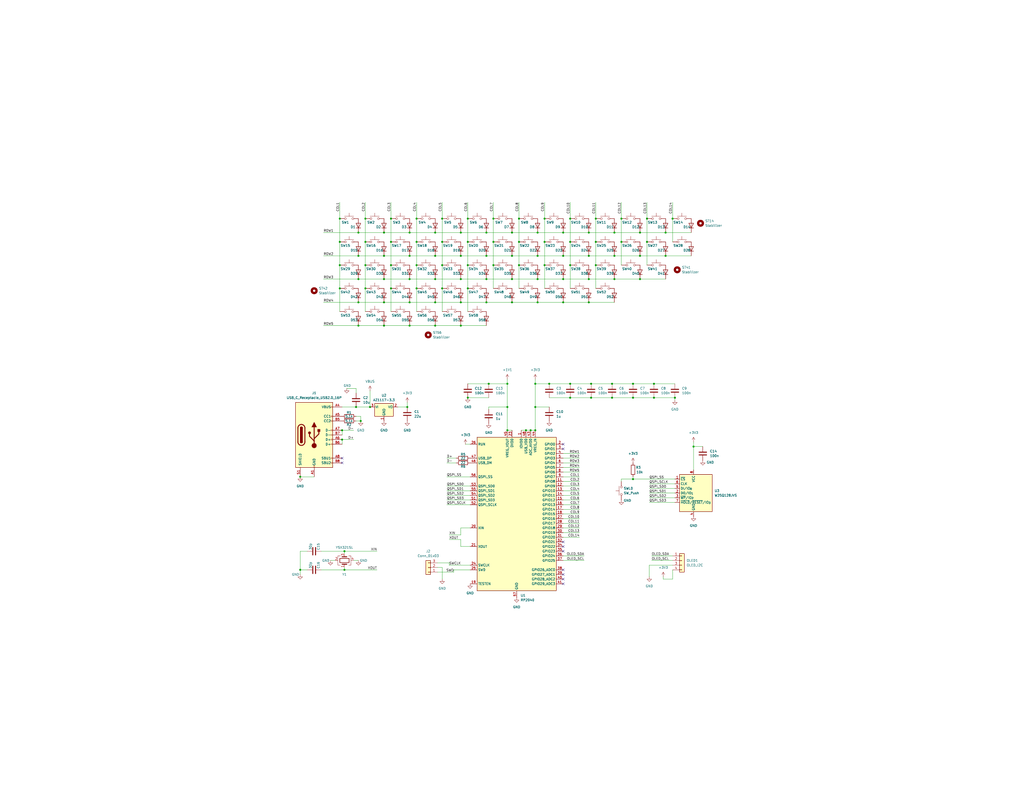
<source format=kicad_sch>
(kicad_sch (version 20250114) (generator "eeschema") (generator_version "9.0")
  (paper "C")
  (junction (at 251.46 152.4))
  (junction (at 269.24 132.08))
  (junction (at 283.21 132.08))
  (junction (at 209.55 152.4))
  (junction (at 266.7 209.55))
  (junction (at 349.25 127))
  (junction (at 195.58 127))
  (junction (at 237.49 127))
  (junction (at 265.43 139.7))
  (junction (at 185.42 144.78))
  (junction (at 241.3 119.38))
  (junction (at 311.15 132.08))
  (junction (at 196.85 229.87))
  (junction (at 237.49 177.8))
  (junction (at 199.39 157.48))
  (junction (at 251.46 139.7))
  (junction (at 356.87 209.55))
  (junction (at 292.1 234.95))
  (junction (at 363.22 139.7))
  (junction (at 213.36 157.48))
  (junction (at 186.69 234.95))
  (junction (at 307.34 139.7))
  (junction (at 292.1 222.25))
  (junction (at 279.4 127))
  (junction (at 307.34 127))
  (junction (at 237.49 152.4))
  (junction (at 345.44 217.17))
  (junction (at 209.55 139.7))
  (junction (at 251.46 177.8))
  (junction (at 251.46 165.1))
  (junction (at 279.4 165.1))
  (junction (at 213.36 144.78))
  (junction (at 311.15 119.38))
  (junction (at 194.31 222.25))
  (junction (at 241.3 132.08))
  (junction (at 325.12 132.08))
  (junction (at 321.31 139.7))
  (junction (at 241.3 157.48))
  (junction (at 222.25 222.25))
  (junction (at 311.15 217.17))
  (junction (at 223.52 152.4))
  (junction (at 195.58 165.1))
  (junction (at 209.55 165.1))
  (junction (at 255.27 217.17))
  (junction (at 213.36 119.38))
  (junction (at 307.34 152.4))
  (junction (at 367.03 119.38))
  (junction (at 378.46 243.84))
  (junction (at 241.3 144.78))
  (junction (at 276.86 209.55))
  (junction (at 265.43 127))
  (junction (at 335.28 152.4))
  (junction (at 311.15 144.78))
  (junction (at 251.46 127))
  (junction (at 213.36 132.08))
  (junction (at 339.09 132.08))
  (junction (at 325.12 144.78))
  (junction (at 363.22 127))
  (junction (at 321.31 152.4))
  (junction (at 368.3 217.17))
  (junction (at 195.58 177.8))
  (junction (at 349.25 152.4))
  (junction (at 339.09 119.38))
  (junction (at 283.21 119.38))
  (junction (at 185.42 119.38))
  (junction (at 255.27 157.48))
  (junction (at 187.96 311.15))
  (junction (at 322.58 209.55))
  (junction (at 276.86 222.25))
  (junction (at 195.58 139.7))
  (junction (at 356.87 217.17))
  (junction (at 227.33 157.48))
  (junction (at 255.27 119.38))
  (junction (at 223.52 139.7))
  (junction (at 209.55 127))
  (junction (at 283.21 144.78))
  (junction (at 209.55 177.8))
  (junction (at 353.06 132.08))
  (junction (at 223.52 177.8))
  (junction (at 334.01 217.17))
  (junction (at 345.44 261.62))
  (junction (at 237.49 165.1))
  (junction (at 163.83 311.15))
  (junction (at 227.33 144.78))
  (junction (at 279.4 152.4))
  (junction (at 255.27 144.78))
  (junction (at 299.72 209.55))
  (junction (at 322.58 217.17))
  (junction (at 199.39 144.78))
  (junction (at 185.42 157.48))
  (junction (at 293.37 127))
  (junction (at 269.24 119.38))
  (junction (at 297.18 132.08))
  (junction (at 269.24 144.78))
  (junction (at 195.58 152.4))
  (junction (at 199.39 132.08))
  (junction (at 276.86 234.95))
  (junction (at 265.43 152.4))
  (junction (at 201.93 222.25))
  (junction (at 223.52 165.1))
  (junction (at 255.27 132.08))
  (junction (at 345.44 209.55))
  (junction (at 237.49 139.7))
  (junction (at 227.33 119.38))
  (junction (at 227.33 132.08))
  (junction (at 325.12 119.38))
  (junction (at 163.83 260.35))
  (junction (at 297.18 119.38))
  (junction (at 293.37 139.7))
  (junction (at 293.37 152.4))
  (junction (at 335.28 139.7))
  (junction (at 311.15 209.55))
  (junction (at 289.56 234.95))
  (junction (at 187.96 300.99))
  (junction (at 292.1 209.55))
  (junction (at 353.06 119.38))
  (junction (at 297.18 144.78))
  (junction (at 279.4 139.7))
  (junction (at 335.28 127))
  (junction (at 349.25 139.7))
  (junction (at 307.34 165.1))
  (junction (at 185.42 132.08))
  (junction (at 334.01 209.55))
  (junction (at 321.31 165.1))
  (junction (at 199.39 119.38))
  (junction (at 321.31 127))
  (junction (at 186.69 240.03))
  (junction (at 265.43 165.1))
  (junction (at 293.37 165.1))
  (junction (at 287.02 234.95))
  (junction (at 223.52 127))
  (no_connect (at 307.34 298.45))
  (no_connect (at 307.34 313.69))
  (no_connect (at 186.69 252.73))
  (no_connect (at 307.34 295.91))
  (no_connect (at 186.69 250.19))
  (no_connect (at 307.34 242.57))
  (no_connect (at 307.34 245.11))
  (no_connect (at 307.34 300.99))
  (no_connect (at 307.34 311.15))
  (no_connect (at 307.34 316.23))
  (no_connect (at 307.34 318.77))
  (wire (pts (xy 217.17 222.25) (xy 222.25 222.25)))
  (wire (pts (xy 292.1 209.55) (xy 299.72 209.55)))
  (wire (pts (xy 283.21 110.49) (xy 283.21 119.38)))
  (wire (pts (xy 367.03 110.49) (xy 367.03 119.38)))
  (wire (pts (xy 299.72 217.17) (xy 311.15 217.17)))
  (wire (pts (xy 345.44 261.62) (xy 368.3 261.62)))
  (wire (pts (xy 353.06 110.49) (xy 353.06 119.38)))
  (wire (pts (xy 163.83 260.35) (xy 171.45 260.35)))
  (wire (pts (xy 363.22 127) (xy 377.19 127)))
  (wire (pts (xy 227.33 157.48) (xy 227.33 170.18)))
  (wire (pts (xy 293.37 139.7) (xy 307.34 139.7)))
  (wire (pts (xy 339.09 261.62) (xy 339.09 262.89)))
  (wire (pts (xy 243.84 275.59) (xy 256.54 275.59)))
  (wire (pts (xy 251.46 165.1) (xy 265.43 165.1)))
  (wire (pts (xy 222.25 219.71) (xy 222.25 222.25)))
  (wire (pts (xy 227.33 132.08) (xy 227.33 144.78)))
  (wire (pts (xy 227.33 144.78) (xy 227.33 157.48)))
  (wire (pts (xy 265.43 139.7) (xy 279.4 139.7)))
  (wire (pts (xy 243.84 252.73) (xy 248.92 252.73)))
  (wire (pts (xy 322.58 209.55) (xy 334.01 209.55)))
  (wire (pts (xy 269.24 119.38) (xy 269.24 132.08)))
  (wire (pts (xy 269.24 144.78) (xy 269.24 157.48)))
  (wire (pts (xy 349.25 127) (xy 363.22 127)))
  (wire (pts (xy 175.26 300.99) (xy 187.96 300.99)))
  (wire (pts (xy 283.21 144.78) (xy 283.21 157.48)))
  (wire (pts (xy 367.03 119.38) (xy 367.03 132.08)))
  (wire (pts (xy 187.96 311.15) (xy 187.96 309.88)))
  (wire (pts (xy 237.49 152.4) (xy 223.52 152.4)))
  (wire (pts (xy 325.12 144.78) (xy 325.12 157.48)))
  (wire (pts (xy 334.01 217.17) (xy 345.44 217.17)))
  (wire (pts (xy 243.84 265.43) (xy 256.54 265.43)))
  (wire (pts (xy 378.46 243.84) (xy 378.46 256.54)))
  (wire (pts (xy 201.93 213.36) (xy 201.93 222.25)))
  (wire (pts (xy 307.34 250.19) (xy 316.23 250.19)))
  (wire (pts (xy 276.86 222.25) (xy 266.7 222.25)))
  (wire (pts (xy 321.31 165.1) (xy 335.28 165.1)))
  (wire (pts (xy 307.34 152.4) (xy 293.37 152.4)))
  (wire (pts (xy 223.52 152.4) (xy 209.55 152.4)))
  (wire (pts (xy 243.84 273.05) (xy 256.54 273.05)))
  (wire (pts (xy 334.01 209.55) (xy 345.44 209.55)))
  (wire (pts (xy 187.96 300.99) (xy 205.74 300.99)))
  (wire (pts (xy 265.43 152.4) (xy 251.46 152.4)))
  (wire (pts (xy 213.36 110.49) (xy 213.36 119.38)))
  (wire (pts (xy 307.34 262.89) (xy 316.23 262.89)))
  (wire (pts (xy 194.31 212.09) (xy 194.31 214.63)))
  (wire (pts (xy 307.34 275.59) (xy 316.23 275.59)))
  (wire (pts (xy 276.86 207.01) (xy 276.86 209.55)))
  (wire (pts (xy 293.37 152.4) (xy 279.4 152.4)))
  (wire (pts (xy 213.36 144.78) (xy 213.36 157.48)))
  (wire (pts (xy 176.53 165.1) (xy 195.58 165.1)))
  (wire (pts (xy 243.84 260.35) (xy 256.54 260.35)))
  (wire (pts (xy 307.34 260.35) (xy 316.23 260.35)))
  (wire (pts (xy 325.12 110.49) (xy 325.12 119.38)))
  (wire (pts (xy 251.46 127) (xy 265.43 127)))
  (wire (pts (xy 238.76 309.88) (xy 241.3 309.88)))
  (wire (pts (xy 255.27 209.55) (xy 266.7 209.55)))
  (wire (pts (xy 307.34 273.05) (xy 316.23 273.05)))
  (wire (pts (xy 292.1 207.01) (xy 292.1 209.55)))
  (wire (pts (xy 349.25 152.4) (xy 335.28 152.4)))
  (wire (pts (xy 241.3 157.48) (xy 241.3 170.18)))
  (wire (pts (xy 196.85 227.33) (xy 196.85 229.87)))
  (wire (pts (xy 213.36 157.48) (xy 213.36 170.18)))
  (wire (pts (xy 255.27 144.78) (xy 255.27 132.08)))
  (wire (pts (xy 279.4 165.1) (xy 293.37 165.1)))
  (wire (pts (xy 322.58 217.17) (xy 334.01 217.17)))
  (wire (pts (xy 335.28 152.4) (xy 321.31 152.4)))
  (wire (pts (xy 199.39 132.08) (xy 199.39 144.78)))
  (wire (pts (xy 356.87 217.17) (xy 368.3 217.17)))
  (wire (pts (xy 307.34 265.43) (xy 316.23 265.43)))
  (wire (pts (xy 194.31 227.33) (xy 196.85 227.33)))
  (wire (pts (xy 311.15 119.38) (xy 311.15 132.08)))
  (wire (pts (xy 349.25 139.7) (xy 363.22 139.7)))
  (wire (pts (xy 367.03 311.15) (xy 367.03 316.23)))
  (wire (pts (xy 363.22 152.4) (xy 349.25 152.4)))
  (wire (pts (xy 339.09 119.38) (xy 339.09 132.08)))
  (wire (pts (xy 195.58 306.07) (xy 193.04 306.07)))
  (wire (pts (xy 311.15 110.49) (xy 311.15 119.38)))
  (wire (pts (xy 199.39 119.38) (xy 199.39 132.08)))
  (wire (pts (xy 279.4 127) (xy 293.37 127)))
  (wire (pts (xy 307.34 293.37) (xy 316.23 293.37)))
  (wire (pts (xy 223.52 127) (xy 237.49 127)))
  (wire (pts (xy 251.46 139.7) (xy 265.43 139.7)))
  (wire (pts (xy 194.31 222.25) (xy 201.93 222.25)))
  (wire (pts (xy 195.58 165.1) (xy 209.55 165.1)))
  (wire (pts (xy 311.15 132.08) (xy 311.15 144.78)))
  (wire (pts (xy 361.95 316.23) (xy 361.95 314.96)))
  (wire (pts (xy 199.39 144.78) (xy 199.39 157.48)))
  (wire (pts (xy 187.96 311.15) (xy 205.74 311.15)))
  (wire (pts (xy 325.12 132.08) (xy 325.12 144.78)))
  (wire (pts (xy 353.06 132.08) (xy 353.06 144.78)))
  (wire (pts (xy 247.65 311.15) (xy 256.54 311.15)))
  (wire (pts (xy 321.31 152.4) (xy 307.34 152.4)))
  (wire (pts (xy 339.09 110.49) (xy 339.09 119.38)))
  (wire (pts (xy 213.36 119.38) (xy 213.36 132.08)))
  (wire (pts (xy 237.49 165.1) (xy 251.46 165.1)))
  (wire (pts (xy 325.12 119.38) (xy 325.12 132.08)))
  (wire (pts (xy 297.18 119.38) (xy 297.18 132.08)))
  (wire (pts (xy 287.02 234.95) (xy 289.56 234.95)))
  (wire (pts (xy 186.69 222.25) (xy 194.31 222.25)))
  (wire (pts (xy 209.55 152.4) (xy 195.58 152.4)))
  (wire (pts (xy 307.34 257.81) (xy 316.23 257.81)))
  (wire (pts (xy 292.1 222.25) (xy 299.72 222.25)))
  (wire (pts (xy 237.49 127) (xy 251.46 127)))
  (wire (pts (xy 307.34 165.1) (xy 321.31 165.1)))
  (wire (pts (xy 209.55 165.1) (xy 223.52 165.1)))
  (wire (pts (xy 354.33 269.24) (xy 368.3 269.24)))
  (wire (pts (xy 241.3 110.49) (xy 241.3 119.38)))
  (wire (pts (xy 292.1 234.95) (xy 289.56 234.95)))
  (wire (pts (xy 251.46 298.45) (xy 256.54 298.45)))
  (wire (pts (xy 265.43 127) (xy 279.4 127)))
  (wire (pts (xy 307.34 127) (xy 321.31 127)))
  (wire (pts (xy 307.34 247.65) (xy 316.23 247.65)))
  (wire (pts (xy 237.49 177.8) (xy 223.52 177.8)))
  (wire (pts (xy 335.28 127) (xy 349.25 127)))
  (wire (pts (xy 241.3 119.38) (xy 241.3 132.08)))
  (wire (pts (xy 307.34 285.75) (xy 316.23 285.75)))
  (wire (pts (xy 186.69 240.03) (xy 186.69 242.57)))
  (wire (pts (xy 354.33 274.32) (xy 368.3 274.32)))
  (wire (pts (xy 292.1 222.25) (xy 292.1 234.95)))
  (wire (pts (xy 321.31 139.7) (xy 335.28 139.7)))
  (wire (pts (xy 307.34 290.83) (xy 316.23 290.83)))
  (wire (pts (xy 186.69 234.95) (xy 193.04 234.95)))
  (wire (pts (xy 297.18 110.49) (xy 297.18 119.38)))
  (wire (pts (xy 245.11 307.34) (xy 238.76 307.34)))
  (wire (pts (xy 307.34 270.51) (xy 316.23 270.51)))
  (wire (pts (xy 163.83 300.99) (xy 163.83 311.15)))
  (wire (pts (xy 247.65 312.42) (xy 247.65 311.15)))
  (wire (pts (xy 195.58 127) (xy 209.55 127)))
  (wire (pts (xy 176.53 139.7) (xy 195.58 139.7)))
  (wire (pts (xy 176.53 127) (xy 195.58 127)))
  (wire (pts (xy 167.64 300.99) (xy 163.83 300.99)))
  (wire (pts (xy 241.3 132.08) (xy 241.3 144.78)))
  (wire (pts (xy 195.58 152.4) (xy 176.53 152.4)))
  (wire (pts (xy 243.84 270.51) (xy 256.54 270.51)))
  (wire (pts (xy 311.15 217.17) (xy 322.58 217.17)))
  (wire (pts (xy 279.4 152.4) (xy 265.43 152.4)))
  (wire (pts (xy 213.36 132.08) (xy 213.36 144.78)))
  (wire (pts (xy 311.15 144.78) (xy 311.15 157.48)))
  (wire (pts (xy 194.31 229.87) (xy 196.85 229.87)))
  (wire (pts (xy 189.23 212.09) (xy 194.31 212.09)))
  (wire (pts (xy 354.33 264.16) (xy 368.3 264.16)))
  (wire (pts (xy 269.24 110.49) (xy 269.24 119.38)))
  (wire (pts (xy 307.34 267.97) (xy 316.23 267.97)))
  (wire (pts (xy 354.33 266.7) (xy 368.3 266.7)))
  (wire (pts (xy 255.27 157.48) (xy 255.27 144.78)))
  (wire (pts (xy 185.42 132.08) (xy 185.42 144.78)))
  (wire (pts (xy 241.3 309.88) (xy 241.3 316.23)))
  (wire (pts (xy 318.77 303.53) (xy 307.34 303.53)))
  (wire (pts (xy 353.06 119.38) (xy 353.06 132.08)))
  (wire (pts (xy 307.34 283.21) (xy 316.23 283.21)))
  (wire (pts (xy 255.27 119.38) (xy 255.27 110.49)))
  (wire (pts (xy 237.49 139.7) (xy 251.46 139.7)))
  (wire (pts (xy 265.43 177.8) (xy 251.46 177.8)))
  (wire (pts (xy 356.87 209.55) (xy 368.3 209.55)))
  (wire (pts (xy 318.77 306.07) (xy 307.34 306.07)))
  (wire (pts (xy 354.33 308.61) (xy 367.03 308.61)))
  (wire (pts (xy 163.83 311.15) (xy 167.64 311.15)))
  (wire (pts (xy 251.46 152.4) (xy 237.49 152.4)))
  (wire (pts (xy 223.52 165.1) (xy 237.49 165.1)))
  (wire (pts (xy 276.86 234.95) (xy 279.4 234.95)))
  (wire (pts (xy 255.27 132.08) (xy 255.27 119.38)))
  (wire (pts (xy 276.86 209.55) (xy 276.86 222.25)))
  (wire (pts (xy 368.3 218.44) (xy 368.3 217.17)))
  (wire (pts (xy 292.1 209.55) (xy 292.1 222.25)))
  (wire (pts (xy 283.21 119.38) (xy 283.21 132.08)))
  (wire (pts (xy 245.11 294.64) (xy 251.46 294.64)))
  (wire (pts (xy 251.46 292.1) (xy 251.46 288.29)))
  (wire (pts (xy 223.52 177.8) (xy 209.55 177.8)))
  (wire (pts (xy 241.3 144.78) (xy 241.3 157.48)))
  (wire (pts (xy 367.03 316.23) (xy 361.95 316.23)))
  (wire (pts (xy 297.18 144.78) (xy 297.18 157.48)))
  (wire (pts (xy 321.31 127) (xy 335.28 127)))
  (wire (pts (xy 345.44 209.55) (xy 356.87 209.55)))
  (wire (pts (xy 293.37 165.1) (xy 307.34 165.1)))
  (wire (pts (xy 307.34 255.27) (xy 316.23 255.27)))
  (wire (pts (xy 254 242.57) (xy 256.54 242.57)))
  (wire (pts (xy 245.11 292.1) (xy 251.46 292.1)))
  (wire (pts (xy 255.27 170.18) (xy 255.27 157.48)))
  (wire (pts (xy 339.09 261.62) (xy 345.44 261.62)))
  (wire (pts (xy 175.26 311.15) (xy 187.96 311.15)))
  (wire (pts (xy 180.34 306.07) (xy 182.88 306.07)))
  (wire (pts (xy 186.69 234.95) (xy 186.69 237.49)))
  (wire (pts (xy 345.44 260.35) (xy 345.44 261.62)))
  (wire (pts (xy 345.44 217.17) (xy 356.87 217.17)))
  (wire (pts (xy 185.42 119.38) (xy 185.42 132.08)))
  (wire (pts (xy 283.21 132.08) (xy 283.21 144.78)))
  (wire (pts (xy 355.6 303.53) (xy 367.03 303.53)))
  (wire (pts (xy 245.11 308.61) (xy 245.11 307.34)))
  (wire (pts (xy 199.39 157.48) (xy 199.39 170.18)))
  (wire (pts (xy 297.18 132.08) (xy 297.18 144.78)))
  (wire (pts (xy 251.46 177.8) (xy 237.49 177.8)))
  (wire (pts (xy 307.34 280.67) (xy 316.23 280.67)))
  (wire (pts (xy 227.33 119.38) (xy 227.33 132.08)))
  (wire (pts (xy 199.39 110.49) (xy 199.39 119.38)))
  (wire (pts (xy 163.83 313.69) (xy 163.83 311.15)))
  (wire (pts (xy 266.7 222.25) (xy 266.7 223.52)))
  (wire (pts (xy 251.46 294.64) (xy 251.46 298.45)))
  (wire (pts (xy 195.58 177.8) (xy 176.53 177.8)))
  (wire (pts (xy 335.28 139.7) (xy 349.25 139.7)))
  (wire (pts (xy 251.46 288.29) (xy 256.54 288.29)))
  (wire (pts (xy 209.55 177.8) (xy 195.58 177.8)))
  (wire (pts (xy 265.43 165.1) (xy 279.4 165.1)))
  (wire (pts (xy 307.34 252.73) (xy 316.23 252.73)))
  (wire (pts (xy 185.42 144.78) (xy 185.42 157.48)))
  (wire (pts (xy 209.55 139.7) (xy 223.52 139.7)))
  (wire (pts (xy 378.46 243.84) (xy 383.54 243.84)))
  (wire (pts (xy 209.55 127) (xy 223.52 127)))
  (wire (pts (xy 354.33 271.78) (xy 368.3 271.78)))
  (wire (pts (xy 311.15 209.55) (xy 322.58 209.55)))
  (wire (pts (xy 354.33 314.96) (xy 354.33 308.61)))
  (wire (pts (xy 185.42 157.48) (xy 185.42 170.18)))
  (wire (pts (xy 363.22 139.7) (xy 377.19 139.7)))
  (wire (pts (xy 299.72 209.55) (xy 311.15 209.55)))
  (wire (pts (xy 339.09 132.08) (xy 339.09 144.78)))
  (wire (pts (xy 266.7 209.55) (xy 276.86 209.55)))
  (wire (pts (xy 276.86 234.95) (xy 276.86 222.25)))
  (wire (pts (xy 243.84 267.97) (xy 256.54 267.97)))
  (wire (pts (xy 307.34 278.13) (xy 316.23 278.13)))
  (wire (pts (xy 307.34 288.29) (xy 316.23 288.29)))
  (wire (pts (xy 255.27 217.17) (xy 266.7 217.17)))
  (wire (pts (xy 195.58 139.7) (xy 209.55 139.7)))
  (wire (pts (xy 307.34 139.7) (xy 321.31 139.7)))
  (wire (pts (xy 269.24 132.08) (xy 269.24 144.78)))
  (wire (pts (xy 187.96 300.99) (xy 187.96 302.26)))
  (wire (pts (xy 186.69 240.03) (xy 193.04 240.03)))
  (wire (pts (xy 227.33 110.49) (xy 227.33 119.38)))
  (wire (pts (xy 378.46 241.3) (xy 378.46 243.84)))
  (wire (pts (xy 243.84 250.19) (xy 248.92 250.19)))
  (wire (pts (xy 223.52 139.7) (xy 237.49 139.7)))
  (wire (pts (xy 238.76 312.42) (xy 247.65 312.42)))
  (wire (pts (xy 279.4 139.7) (xy 293.37 139.7)))
  (wire (pts (xy 185.42 110.49) (xy 185.42 119.38)))
  (wire (pts (xy 355.6 306.07) (xy 367.03 306.07)))
  (wire (pts (xy 256.54 308.61) (xy 245.11 308.61)))
  (wire (pts (xy 293.37 127) (xy 307.34 127)))
  (wire (pts (xy 284.48 234.95) (xy 287.02 234.95)))
  (label "XOUT" (at 245.11 294.64 0))
  (label "D+" (at 193.04 240.03 180))
  (label "QSPI_SD3" (at 354.33 274.32 0))
  (label "ROW4" (at 176.53 165.1 0))
  (label "COL7" (at 316.23 275.59 180))
  (label "QSPI_SCLK" (at 354.33 264.16 0))
  (label "COL12" (at 339.09 110.49 270))
  (label "QSPI_SD2" (at 243.84 270.51 0))
  (label "COL14" (at 367.03 110.49 270))
  (label "COL6" (at 316.23 273.05 180))
  (label "SWD" (at 247.65 312.42 180))
  (label "COL10" (at 311.15 110.49 270))
  (label "QSPI_SD1" (at 243.84 267.97 0))
  (label "QSPI_SD2" (at 354.33 271.78 0))
  (label "COL13" (at 353.06 110.49 270))
  (label "ROW3" (at 316.23 252.73 180))
  (label "COL3" (at 316.23 265.43 180))
  (label "COL11" (at 325.12 110.49 270))
  (label "OLED_SCL" (at 355.6 306.07 0))
  (label "COL4" (at 316.23 267.97 180))
  (label "QSPI_SS" (at 243.84 260.35 0))
  (label "COL4" (at 227.33 110.49 270))
  (label "COL1" (at 185.42 110.49 270))
  (label "OLED_SDA" (at 355.6 303.53 0))
  (label "COL5" (at 241.3 110.49 270))
  (label "OLED_SCL" (at 318.77 306.07 180))
  (label "QSPI_SD1" (at 354.33 269.24 0))
  (label "COL3" (at 213.36 110.49 270))
  (label "D+" (at 243.84 250.19 0))
  (label "ROW1" (at 176.53 127 0))
  (label "COL12" (at 316.23 288.29 180))
  (label "COL1" (at 316.23 260.35 180))
  (label "QSPI_SD0" (at 243.84 265.43 0))
  (label "ROW2" (at 176.53 139.7 0))
  (label "COL2" (at 199.39 110.49 270))
  (label "COL10" (at 316.23 283.21 180))
  (label "D-" (at 193.04 234.95 180))
  (label "ROW5" (at 176.53 177.8 0))
  (label "ROW5" (at 316.23 257.81 180))
  (label "COL9" (at 316.23 280.67 180))
  (label "ROW3" (at 176.53 152.4 0))
  (label "COL11" (at 316.23 285.75 180))
  (label "QSPI_SD3" (at 243.84 273.05 0))
  (label "COL7" (at 269.24 110.49 270))
  (label "QSPI_SS" (at 354.33 261.62 0))
  (label "QSPI_SD0" (at 354.33 266.7 0))
  (label "COL6" (at 255.27 110.49 270))
  (label "COL5" (at 316.23 270.51 180))
  (label "COL9" (at 297.18 110.49 270))
  (label "ROW2" (at 316.23 250.19 180))
  (label "COL14" (at 316.23 293.37 180))
  (label "COL8" (at 316.23 278.13 180))
  (label "ROW1" (at 316.23 247.65 180))
  (label "OLED_SDA" (at 318.77 303.53 180))
  (label "SWCLK" (at 245.11 308.61 0))
  (label "XIN" (at 245.11 292.1 0))
  (label "COL13" (at 316.23 290.83 180))
  (label "XOUT" (at 205.74 311.15 180))
  (label "XIN" (at 205.74 300.99 180))
  (label "ROW4" (at 316.23 255.27 180))
  (label "COL2" (at 316.23 262.89 180))
  (label "QSPI_SCLK" (at 243.84 275.59 0))
  (label "D-" (at 243.84 252.73 0))
  (label "COL8" (at 283.21 110.49 270))
  (symbol (lib_id "Diode:1N4148WS") (at 279.4 123.19 90) (unit 1)
    (property "Reference" "D7" (at 275.082 123.952 90) (effects (justify right)))
    (property "Value" "1N4148WS" (effects (hide yes)))
    (property "Footprint" "Diode_SMD:D_SOD-323" (effects (hide yes)))
    (property "Datasheet" "https://www.vishay.com/docs/85751/1n4148ws.pdf" (effects (hide yes)))
    (property "Description" "75V 0.15A Fast switching Diode, SOD-323" (effects (hide yes)))
    (property "Sim.Device" "D" (effects (hide yes)))
    (property "Sim.Pins" "1=K 2=A" (effects (hide yes)))
  )
  (symbol (lib_id "Switch:SW_Push") (at 204.47 144.78 0) (unit 1)
    (property "Reference" "SW30" (at 202.438 146.812 0))
    (property "Value" "SW_Push" (effects (hide yes)))
    (property "Footprint" "PCM_Switch_Keyboard_Cherry_MX:SW_Cherry_MX_PCB_1.00u" (effects (hide yes)))
    (property "Description" "Push button switch, generic, two pins" (effects (hide yes)))
  )
  (symbol (lib_id "Diode:1N4148WS") (at 363.22 123.19 90) (unit 1)
    (property "Reference" "D13" (at 358.902 123.952 90) (effects (justify right)))
    (property "Value" "1N4148WS" (effects (hide yes)))
    (property "Footprint" "Diode_SMD:D_SOD-323" (effects (hide yes)))
    (property "Datasheet" "https://www.vishay.com/docs/85751/1n4148ws.pdf" (effects (hide yes)))
    (property "Description" "75V 0.15A Fast switching Diode, SOD-323" (effects (hide yes)))
    (property "Sim.Device" "D" (effects (hide yes)))
    (property "Sim.Pins" "1=K 2=A" (effects (hide yes)))
  )
  (symbol (lib_id "Switch:SW_Push") (at 232.41 170.18 0) (unit 1)
    (property "Reference" "SW56" (at 230.378 172.212 0))
    (property "Value" "SW_Push" (effects (hide yes)))
    (property "Footprint" "PCM_Switch_Keyboard_Cherry_MX:SW_Cherry_MX_PCB_6.25u" (effects (hide yes)))
    (property "Description" "Push button switch, generic, two pins" (effects (hide yes)))
  )
  (symbol (lib_id "Diode:1N4148WS") (at 265.43 173.99 90) (unit 1)
    (property "Reference" "D58" (at 261.112 174.752 90) (effects (justify right)))
    (property "Value" "1N4148WS" (effects (hide yes)))
    (property "Footprint" "Diode_SMD:D_SOD-323" (effects (hide yes)))
    (property "Datasheet" "https://www.vishay.com/docs/85751/1n4148ws.pdf" (effects (hide yes)))
    (property "Description" "75V 0.15A Fast switching Diode, SOD-323" (effects (hide yes)))
    (property "Sim.Device" "D" (effects (hide yes)))
    (property "Sim.Pins" "1=K 2=A" (effects (hide yes)))
  )
  (symbol (lib_id "power:+3V3") (at 254 242.57 0) (unit 1)
    (property "Reference" "#PWR027" (effects (hide yes)))
    (property "Value" "+3V3" (at 254 237.49 0))
    (property "Description" "Power symbol creates a global label with name \"+3V3\"" (effects (hide yes)))
  )
  (symbol (lib_id "power:+3V3") (at 292.1 207.01 0) (unit 1)
    (property "Reference" "#PWR08" (effects (hide yes)))
    (property "Value" "+3V3" (at 292.1 201.93 0))
    (property "Description" "Power symbol creates a global label with name \"+3V3\"" (effects (hide yes)))
  )
  (symbol (lib_id "Switch:SW_Push") (at 288.29 157.48 0) (unit 1)
    (property "Reference" "SW49" (at 286.258 159.512 0))
    (property "Value" "SW_Push" (effects (hide yes)))
    (property "Footprint" "PCM_Switch_Keyboard_Cherry_MX:SW_Cherry_MX_PCB_1.00u" (effects (hide yes)))
    (property "Description" "Push button switch, generic, two pins" (effects (hide yes)))
  )
  (symbol (lib_id "Diode:1N4148WS") (at 251.46 161.29 90) (unit 1)
    (property "Reference" "D46" (at 247.142 162.052 90) (effects (justify right)))
    (property "Value" "1N4148WS" (effects (hide yes)))
    (property "Footprint" "Diode_SMD:D_SOD-323" (effects (hide yes)))
    (property "Datasheet" "https://www.vishay.com/docs/85751/1n4148ws.pdf" (effects (hide yes)))
    (property "Description" "75V 0.15A Fast switching Diode, SOD-323" (effects (hide yes)))
    (property "Sim.Device" "D" (effects (hide yes)))
    (property "Sim.Pins" "1=K 2=A" (effects (hide yes)))
  )
  (symbol (lib_id "Switch:SW_Push") (at 218.44 157.48 0) (unit 1)
    (property "Reference" "SW44" (at 216.408 159.512 0))
    (property "Value" "SW_Push" (effects (hide yes)))
    (property "Footprint" "PCM_Switch_Keyboard_Cherry_MX:SW_Cherry_MX_PCB_1.00u" (effects (hide yes)))
    (property "Description" "Push button switch, generic, two pins" (effects (hide yes)))
  )
  (symbol (lib_id "Diode:1N4148WS") (at 223.52 123.19 90) (unit 1)
    (property "Reference" "D3" (at 219.202 123.952 90) (effects (justify right)))
    (property "Value" "1N4148WS" (effects (hide yes)))
    (property "Footprint" "Diode_SMD:D_SOD-323" (effects (hide yes)))
    (property "Datasheet" "https://www.vishay.com/docs/85751/1n4148ws.pdf" (effects (hide yes)))
    (property "Description" "75V 0.15A Fast switching Diode, SOD-323" (effects (hide yes)))
    (property "Sim.Device" "D" (effects (hide yes)))
    (property "Sim.Pins" "1=K 2=A" (effects (hide yes)))
  )
  (symbol (lib_id "Switch:SW_Push") (at 302.26 144.78 0) (unit 1)
    (property "Reference" "SW37" (at 300.228 146.812 0))
    (property "Value" "SW_Push" (effects (hide yes)))
    (property "Footprint" "PCM_Switch_Keyboard_Cherry_MX:SW_Cherry_MX_PCB_1.00u" (effects (hide yes)))
    (property "Description" "Push button switch, generic, two pins" (effects (hide yes)))
  )
  (symbol (lib_id "Mechanical:MountingHole") (at 171.45 158.75 180) (unit 1) (in_bom no)
    (property "Reference" "ST42" (at 173.99 157.4799 0) (effects (justify right)))
    (property "Value" "Stabilizer" (at 173.99 160.0199 0) (effects (justify right)))
    (property "Footprint" "PCM_Mounting_Keyboard_Stabilizer:Stabilizer_Cherry_MX_2.00u" (effects (hide yes)))
    (property "Description" "Mounting Hole without connection" (effects (hide yes)))
  )
  (symbol (lib_id "Mechanical:MountingHole") (at 382.27 121.92 180) (unit 1) (in_bom no)
    (property "Reference" "ST14" (at 384.81 120.6499 0) (effects (justify right)))
    (property "Value" "Stabilizer" (at 384.81 123.1899 0) (effects (justify right)))
    (property "Footprint" "PCM_Mounting_Keyboard_Stabilizer:Stabilizer_Cherry_MX_2.00u" (effects (hide yes)))
    (property "Description" "Mounting Hole without connection" (effects (hide yes)))
  )
  (symbol (lib_id "Diode:1N4148WS") (at 209.55 148.59 90) (unit 1)
    (property "Reference" "D30" (at 205.232 149.352 90) (effects (justify right)))
    (property "Value" "1N4148WS" (effects (hide yes)))
    (property "Footprint" "Diode_SMD:D_SOD-323" (effects (hide yes)))
    (property "Datasheet" "https://www.vishay.com/docs/85751/1n4148ws.pdf" (effects (hide yes)))
    (property "Description" "75V 0.15A Fast switching Diode, SOD-323" (effects (hide yes)))
    (property "Sim.Device" "D" (effects (hide yes)))
    (property "Sim.Pins" "1=K 2=A" (effects (hide yes)))
  )
  (symbol (lib_id "Switch:SW_Push") (at 232.41 157.48 0) (unit 1)
    (property "Reference" "SW45" (at 230.378 159.512 0))
    (property "Value" "SW_Push" (effects (hide yes)))
    (property "Footprint" "PCM_Switch_Keyboard_Cherry_MX:SW_Cherry_MX_PCB_1.00u" (effects (hide yes)))
    (property "Description" "Push button switch, generic, two pins" (effects (hide yes)))
  )
  (symbol (lib_id "Device:C") (at 222.25 226.06 0) (unit 1)
    (property "Reference" "C1" (at 226.06 224.7899 0) (effects (justify left)))
    (property "Value" "22u" (at 226.06 227.3299 0) (effects (justify left)))
    (property "Footprint" "Capacitor_SMD:C_0603_1608Metric" (effects (hide yes)))
    (property "Description" "Unpolarized capacitor" (effects (hide yes)))
    (property "LCSC" "C59461" (effects (hide yes)))
  )
  (symbol (lib_id "Device:C") (at 311.15 213.36 0) (unit 1)
    (property "Reference" "C4" (at 314.96 212.0899 0) (effects (justify left)))
    (property "Value" "100n" (at 314.96 214.6299 0) (effects (justify left)))
    (property "Footprint" "Capacitor_SMD:C_0402_1005Metric" (effects (hide yes)))
    (property "Description" "Unpolarized capacitor" (effects (hide yes)))
    (property "LCSC" "C1525" (effects (hide yes)))
  )
  (symbol (lib_id "Device:C") (at 334.01 213.36 0) (unit 1)
    (property "Reference" "C6" (at 337.82 212.0899 0) (effects (justify left)))
    (property "Value" "100n" (at 337.82 214.6299 0) (effects (justify left)))
    (property "Footprint" "Capacitor_SMD:C_0402_1005Metric" (effects (hide yes)))
    (property "Description" "Unpolarized capacitor" (effects (hide yes)))
    (property "LCSC" "C1525" (effects (hide yes)))
  )
  (symbol (lib_id "Diode:1N4148WS") (at 251.46 173.99 90) (unit 1)
    (property "Reference" "D57" (at 247.142 174.752 90) (effects (justify right)))
    (property "Value" "1N4148WS" (effects (hide yes)))
    (property "Footprint" "Diode_SMD:D_SOD-323" (effects (hide yes)))
    (property "Datasheet" "https://www.vishay.com/docs/85751/1n4148ws.pdf" (effects (hide yes)))
    (property "Description" "75V 0.15A Fast switching Diode, SOD-323" (effects (hide yes)))
    (property "Sim.Device" "D" (effects (hide yes)))
    (property "Sim.Pins" "1=K 2=A" (effects (hide yes)))
  )
  (symbol (lib_id "Switch:SW_Push") (at 274.32 157.48 0) (unit 1)
    (property "Reference" "SW48" (at 272.288 159.512 0))
    (property "Value" "SW_Push" (effects (hide yes)))
    (property "Footprint" "PCM_Switch_Keyboard_Cherry_MX:SW_Cherry_MX_PCB_1.00u" (effects (hide yes)))
    (property "Description" "Push button switch, generic, two pins" (effects (hide yes)))
  )
  (symbol (lib_id "Diode:1N4148WS") (at 223.52 161.29 90) (unit 1)
    (property "Reference" "D44" (at 219.202 162.052 90) (effects (justify right)))
    (property "Value" "1N4148WS" (effects (hide yes)))
    (property "Footprint" "Diode_SMD:D_SOD-323" (effects (hide yes)))
    (property "Datasheet" "https://www.vishay.com/docs/85751/1n4148ws.pdf" (effects (hide yes)))
    (property "Description" "75V 0.15A Fast switching Diode, SOD-323" (effects (hide yes)))
    (property "Sim.Device" "D" (effects (hide yes)))
    (property "Sim.Pins" "1=K 2=A" (effects (hide yes)))
  )
  (symbol (lib_id "Diode:1N4148WS") (at 293.37 161.29 90) (unit 1)
    (property "Reference" "D49" (at 289.052 162.052 90) (effects (justify right)))
    (property "Value" "1N4148WS" (effects (hide yes)))
    (property "Footprint" "Diode_SMD:D_SOD-323" (effects (hide yes)))
    (property "Datasheet" "https://www.vishay.com/docs/85751/1n4148ws.pdf" (effects (hide yes)))
    (property "Description" "75V 0.15A Fast switching Diode, SOD-323" (effects (hide yes)))
    (property "Sim.Device" "D" (effects (hide yes)))
    (property "Sim.Pins" "1=K 2=A" (effects (hide yes)))
  )
  (symbol (lib_id "Switch:SW_Push") (at 204.47 132.08 0) (unit 1)
    (property "Reference" "SW16" (at 202.438 134.112 0))
    (property "Value" "SW_Push" (effects (hide yes)))
    (property "Footprint" "PCM_Switch_Keyboard_Cherry_MX:SW_Cherry_MX_PCB_1.00u" (effects (hide yes)))
    (property "Description" "Push button switch, generic, two pins" (effects (hide yes)))
  )
  (symbol (lib_id "power:GND") (at 378.46 281.94 0) (unit 1)
    (property "Reference" "#PWR014" (effects (hide yes)))
    (property "Value" "GND" (at 378.46 287.02 0))
    (property "Description" "Power symbol creates a global label with name \"GND\" , ground" (effects (hide yes)))
  )
  (symbol (lib_id "Switch:SW_Push") (at 260.35 119.38 0) (unit 1)
    (property "Reference" "SW6" (at 258.318 121.412 0))
    (property "Value" "SW_Push" (effects (hide yes)))
    (property "Footprint" "PCM_Switch_Keyboard_Cherry_MX:SW_Cherry_MX_PCB_1.00u" (effects (hide yes)))
    (property "Description" "Push button switch, generic, two pins" (effects (hide yes)))
  )
  (symbol (lib_id "power:+3V3") (at 345.44 252.73 0) (unit 1)
    (property "Reference" "#PWR017" (effects (hide yes)))
    (property "Value" "+3V3" (at 345.44 247.65 0))
    (property "Description" "Power symbol creates a global label with name \"+3V3\"" (effects (hide yes)))
  )
  (symbol (lib_id "Switch:SW_Push") (at 330.2 144.78 0) (unit 1)
    (property "Reference" "SW39" (at 328.168 146.812 0))
    (property "Value" "SW_Push" (effects (hide yes)))
    (property "Footprint" "PCM_Switch_Keyboard_Cherry_MX:SW_Cherry_MX_PCB_1.00u" (effects (hide yes)))
    (property "Description" "Push button switch, generic, two pins" (effects (hide yes)))
  )
  (symbol (lib_id "Diode:1N4148WS") (at 265.43 161.29 90) (unit 1)
    (property "Reference" "D47" (at 261.112 162.052 90) (effects (justify right)))
    (property "Value" "1N4148WS" (effects (hide yes)))
    (property "Footprint" "Diode_SMD:D_SOD-323" (effects (hide yes)))
    (property "Datasheet" "https://www.vishay.com/docs/85751/1n4148ws.pdf" (effects (hide yes)))
    (property "Description" "75V 0.15A Fast switching Diode, SOD-323" (effects (hide yes)))
    (property "Sim.Device" "D" (effects (hide yes)))
    (property "Sim.Pins" "1=K 2=A" (effects (hide yes)))
  )
  (symbol (lib_id "Device:C") (at 368.3 213.36 0) (unit 1)
    (property "Reference" "C9" (at 372.11 212.0899 0) (effects (justify left)))
    (property "Value" "100n" (at 372.11 214.6299 0) (effects (justify left)))
    (property "Footprint" "Capacitor_SMD:C_0402_1005Metric" (effects (hide yes)))
    (property "Description" "Unpolarized capacitor" (effects (hide yes)))
    (property "LCSC" "C1525" (effects (hide yes)))
  )
  (symbol (lib_id "Diode:1N4148WS") (at 349.25 148.59 90) (unit 1)
    (property "Reference" "D40" (at 344.932 149.352 90) (effects (justify right)))
    (property "Value" "1N4148WS" (effects (hide yes)))
    (property "Footprint" "Diode_SMD:D_SOD-323" (effects (hide yes)))
    (property "Datasheet" "https://www.vishay.com/docs/85751/1n4148ws.pdf" (effects (hide yes)))
    (property "Description" "75V 0.15A Fast switching Diode, SOD-323" (effects (hide yes)))
    (property "Sim.Device" "D" (effects (hide yes)))
    (property "Sim.Pins" "1=K 2=A" (effects (hide yes)))
  )
  (symbol (lib_id "Device:R") (at 190.5 227.33 90) (unit 1)
    (property "Reference" "R1" (at 190.5 225.298 90))
    (property "Value" "5.1k" (at 190.5 227.33 90))
    (property "Footprint" "Resistor_SMD:R_0402_1005Metric" (effects (hide yes)))
    (property "Description" "Resistor" (effects (hide yes)))
    (property "LCSC" "C25905" (effects (hide yes)))
  )
  (symbol (lib_id "power:GND") (at 354.33 314.96 0) (unit 1)
    (property "Reference" "#PWR025" (effects (hide yes)))
    (property "Value" "GND" (at 354.33 320.04 0))
    (property "Description" "Power symbol creates a global label with name \"GND\" , ground" (effects (hide yes)))
  )
  (symbol (lib_id "Switch:SW_Push") (at 246.38 170.18 0) (unit 1)
    (property "Reference" "SW57" (at 244.348 172.212 0))
    (property "Value" "SW_Push" (effects (hide yes)))
    (property "Footprint" "PCM_Switch_Keyboard_Cherry_MX:SW_Cherry_MX_PCB_1.25u" (effects (hide yes)))
    (property "Description" "Push button switch, generic, two pins" (effects (hide yes)))
  )
  (symbol (lib_id "Device:C") (at 171.45 311.15 90) (unit 1)
    (property "Reference" "C16" (at 173.736 308.61 0))
    (property "Value" "30p" (at 169.418 308.61 0))
    (property "Footprint" "Capacitor_SMD:C_0603_1608Metric" (effects (hide yes)))
    (property "Description" "Unpolarized capacitor" (effects (hide yes)))
    (property "LCSC" "C1658" (effects (hide yes)))
  )
  (symbol (lib_id "power:GND") (at 241.3 316.23 0) (unit 1)
    (property "Reference" "#PWR013" (effects (hide yes)))
    (property "Value" "GND" (at 241.3 321.31 0))
    (property "Description" "Power symbol creates a global label with name \"GND\" , ground" (effects (hide yes)))
  )
  (symbol (lib_id "Switch:SW_Push") (at 246.38 119.38 0) (unit 1)
    (property "Reference" "SW5" (at 244.348 121.412 0))
    (property "Value" "SW_Push" (effects (hide yes)))
    (property "Footprint" "PCM_Switch_Keyboard_Cherry_MX:SW_Cherry_MX_PCB_1.00u" (effects (hide yes)))
    (property "Description" "Push button switch, generic, two pins" (effects (hide yes)))
  )
  (symbol (lib_id "Diode:1N4148WS") (at 321.31 161.29 90) (unit 1)
    (property "Reference" "D51" (at 316.992 162.052 90) (effects (justify right)))
    (property "Value" "1N4148WS" (effects (hide yes)))
    (property "Footprint" "Diode_SMD:D_SOD-323" (effects (hide yes)))
    (property "Datasheet" "https://www.vishay.com/docs/85751/1n4148ws.pdf" (effects (hide yes)))
    (property "Description" "75V 0.15A Fast switching Diode, SOD-323" (effects (hide yes)))
    (property "Sim.Device" "D" (effects (hide yes)))
    (property "Sim.Pins" "1=K 2=A" (effects (hide yes)))
  )
  (symbol (lib_id "Diode:1N4148WS") (at 363.22 135.89 90) (unit 1)
    (property "Reference" "D27" (at 358.902 136.652 90) (effects (justify right)))
    (property "Value" "1N4148WS" (effects (hide yes)))
    (property "Footprint" "Diode_SMD:D_SOD-323" (effects (hide yes)))
    (property "Datasheet" "https://www.vishay.com/docs/85751/1n4148ws.pdf" (effects (hide yes)))
    (property "Description" "75V 0.15A Fast switching Diode, SOD-323" (effects (hide yes)))
    (property "Sim.Device" "D" (effects (hide yes)))
    (property "Sim.Pins" "1=K 2=A" (effects (hide yes)))
  )
  (symbol (lib_id "Device:C") (at 266.7 227.33 0) (unit 1)
    (property "Reference" "C11" (at 270.51 226.0599 0) (effects (justify left)))
    (property "Value" "1u" (at 270.51 228.5999 0) (effects (justify left)))
    (property "Footprint" "Capacitor_SMD:C_0402_1005Metric" (effects (hide yes)))
    (property "Description" "Unpolarized capacitor" (effects (hide yes)))
    (property "LCSC" "C52923" (effects (hide yes)))
  )
  (symbol (lib_id "Switch:SW_Push") (at 288.29 119.38 0) (unit 1)
    (property "Reference" "SW8" (at 286.258 121.412 0))
    (property "Value" "SW_Push" (effects (hide yes)))
    (property "Footprint" "PCM_Switch_Keyboard_Cherry_MX:SW_Cherry_MX_PCB_1.00u" (effects (hide yes)))
    (property "Description" "Push button switch, generic, two pins" (effects (hide yes)))
  )
  (symbol (lib_id "Switch:SW_Push") (at 344.17 119.38 0) (unit 1)
    (property "Reference" "SW12" (at 342.138 121.412 0))
    (property "Value" "SW_Push" (effects (hide yes)))
    (property "Footprint" "PCM_Switch_Keyboard_Cherry_MX:SW_Cherry_MX_PCB_1.00u" (effects (hide yes)))
    (property "Description" "Push button switch, generic, two pins" (effects (hide yes)))
  )
  (symbol (lib_id "Switch:SW_Push") (at 232.41 144.78 0) (unit 1)
    (property "Reference" "SW32" (at 230.378 146.812 0))
    (property "Value" "SW_Push" (effects (hide yes)))
    (property "Footprint" "PCM_Switch_Keyboard_Cherry_MX:SW_Cherry_MX_PCB_1.00u" (effects (hide yes)))
    (property "Description" "Push button switch, generic, two pins" (effects (hide yes)))
  )
  (symbol (lib_id "Switch:SW_Push") (at 316.23 119.38 0) (unit 1)
    (property "Reference" "SW10" (at 314.198 121.412 0))
    (property "Value" "SW_Push" (effects (hide yes)))
    (property "Footprint" "PCM_Switch_Keyboard_Cherry_MX:SW_Cherry_MX_PCB_1.00u" (effects (hide yes)))
    (property "Description" "Push button switch, generic, two pins" (effects (hide yes)))
  )
  (symbol (lib_id "Diode:1N4148WS") (at 335.28 123.19 90) (unit 1)
    (property "Reference" "D11" (at 330.962 123.952 90) (effects (justify right)))
    (property "Value" "1N4148WS" (effects (hide yes)))
    (property "Footprint" "Diode_SMD:D_SOD-323" (effects (hide yes)))
    (property "Datasheet" "https://www.vishay.com/docs/85751/1n4148ws.pdf" (effects (hide yes)))
    (property "Description" "75V 0.15A Fast switching Diode, SOD-323" (effects (hide yes)))
    (property "Sim.Device" "D" (effects (hide yes)))
    (property "Sim.Pins" "1=K 2=A" (effects (hide yes)))
  )
  (symbol (lib_id "power:GND") (at 383.54 251.46 0) (unit 1)
    (property "Reference" "#PWR015" (effects (hide yes)))
    (property "Value" "GND" (at 387.604 252.476 0))
    (property "Description" "Power symbol creates a global label with name \"GND\" , ground" (effects (hide yes)))
  )
  (symbol (lib_id "Diode:1N4148WS") (at 279.4 161.29 90) (unit 1)
    (property "Reference" "D48" (at 275.082 162.052 90) (effects (justify right)))
    (property "Value" "1N4148WS" (effects (hide yes)))
    (property "Footprint" "Diode_SMD:D_SOD-323" (effects (hide yes)))
    (property "Datasheet" "https://www.vishay.com/docs/85751/1n4148ws.pdf" (effects (hide yes)))
    (property "Description" "75V 0.15A Fast switching Diode, SOD-323" (effects (hide yes)))
    (property "Sim.Device" "D" (effects (hide yes)))
    (property "Sim.Pins" "1=K 2=A" (effects (hide yes)))
  )
  (symbol (lib_id "Diode:1N4148WS") (at 209.55 161.29 90) (unit 1)
    (property "Reference" "D43" (at 205.232 162.052 90) (effects (justify right)))
    (property "Value" "1N4148WS" (effects (hide yes)))
    (property "Footprint" "Diode_SMD:D_SOD-323" (effects (hide yes)))
    (property "Datasheet" "https://www.vishay.com/docs/85751/1n4148ws.pdf" (effects (hide yes)))
    (property "Description" "75V 0.15A Fast switching Diode, SOD-323" (effects (hide yes)))
    (property "Sim.Device" "D" (effects (hide yes)))
    (property "Sim.Pins" "1=K 2=A" (effects (hide yes)))
  )
  (symbol (lib_id "Switch:SW_Push") (at 302.26 132.08 0) (unit 1)
    (property "Reference" "SW23" (at 300.228 134.112 0))
    (property "Value" "SW_Push" (effects (hide yes)))
    (property "Footprint" "PCM_Switch_Keyboard_Cherry_MX:SW_Cherry_MX_PCB_1.00u" (effects (hide yes)))
    (property "Description" "Push button switch, generic, two pins" (effects (hide yes)))
  )
  (symbol (lib_id "Switch:SW_Push") (at 330.2 119.38 0) (unit 1)
    (property "Reference" "SW11" (at 328.168 121.412 0))
    (property "Value" "SW_Push" (effects (hide yes)))
    (property "Footprint" "PCM_Switch_Keyboard_Cherry_MX:SW_Cherry_MX_PCB_1.00u" (effects (hide yes)))
    (property "Description" "Push button switch, generic, two pins" (effects (hide yes)))
  )
  (symbol (lib_id "Switch:SW_Push") (at 274.32 132.08 0) (unit 1)
    (property "Reference" "SW21" (at 272.288 134.112 0))
    (property "Value" "SW_Push" (effects (hide yes)))
    (property "Footprint" "PCM_Switch_Keyboard_Cherry_MX:SW_Cherry_MX_PCB_1.00u" (effects (hide yes)))
    (property "Description" "Push button switch, generic, two pins" (effects (hide yes)))
  )
  (symbol (lib_id "Switch:SW_Push") (at 358.14 144.78 0) (unit 1)
    (property "Reference" "SW41" (at 356.108 146.812 0))
    (property "Value" "SW_Push" (effects (hide yes)))
    (property "Footprint" "PCM_Switch_Keyboard_Cherry_MX:SW_Cherry_MX_PCB_2.25u" (effects (hide yes)))
    (property "Description" "Push button switch, generic, two pins" (effects (hide yes)))
  )
  (symbol (lib_id "Diode:1N4148WS") (at 321.31 123.19 90) (unit 1)
    (property "Reference" "D10" (at 316.992 123.952 90) (effects (justify right)))
    (property "Value" "1N4148WS" (effects (hide yes)))
    (property "Footprint" "Diode_SMD:D_SOD-323" (effects (hide yes)))
    (property "Datasheet" "https://www.vishay.com/docs/85751/1n4148ws.pdf" (effects (hide yes)))
    (property "Description" "75V 0.15A Fast switching Diode, SOD-323" (effects (hide yes)))
    (property "Sim.Device" "D" (effects (hide yes)))
    (property "Sim.Pins" "1=K 2=A" (effects (hide yes)))
  )
  (symbol (lib_id "Switch:SW_Push") (at 218.44 144.78 0) (unit 1)
    (property "Reference" "SW31" (at 216.408 146.812 0))
    (property "Value" "SW_Push" (effects (hide yes)))
    (property "Footprint" "PCM_Switch_Keyboard_Cherry_MX:SW_Cherry_MX_PCB_1.00u" (effects (hide yes)))
    (property "Description" "Push button switch, generic, two pins" (effects (hide yes)))
  )
  (symbol (lib_id "Diode:1N4148WS") (at 223.52 148.59 90) (unit 1)
    (property "Reference" "D31" (at 219.202 149.352 90) (effects (justify right)))
    (property "Value" "1N4148WS" (effects (hide yes)))
    (property "Footprint" "Diode_SMD:D_SOD-323" (effects (hide yes)))
    (property "Datasheet" "https://www.vishay.com/docs/85751/1n4148ws.pdf" (effects (hide yes)))
    (property "Description" "75V 0.15A Fast switching Diode, SOD-323" (effects (hide yes)))
    (property "Sim.Device" "D" (effects (hide yes)))
    (property "Sim.Pins" "1=K 2=A" (effects (hide yes)))
  )
  (symbol (lib_id "Switch:SW_Push") (at 218.44 119.38 0) (unit 1)
    (property "Reference" "SW3" (at 216.408 121.412 0))
    (property "Value" "SW_Push" (effects (hide yes)))
    (property "Footprint" "PCM_Switch_Keyboard_Cherry_MX:SW_Cherry_MX_PCB_1.00u" (effects (hide yes)))
    (property "Description" "Push button switch, generic, two pins" (effects (hide yes)))
  )
  (symbol (lib_id "Diode:1N4148WS") (at 237.49 173.99 90) (unit 1)
    (property "Reference" "D56" (at 233.172 174.752 90) (effects (justify right)))
    (property "Value" "1N4148WS" (effects (hide yes)))
    (property "Footprint" "Diode_SMD:D_SOD-323" (effects (hide yes)))
    (property "Datasheet" "https://www.vishay.com/docs/85751/1n4148ws.pdf" (effects (hide yes)))
    (property "Description" "75V 0.15A Fast switching Diode, SOD-323" (effects (hide yes)))
    (property "Sim.Device" "D" (effects (hide yes)))
    (property "Sim.Pins" "1=K 2=A" (effects (hide yes)))
  )
  (symbol (lib_id "Diode:1N4148WS") (at 237.49 135.89 90) (unit 1)
    (property "Reference" "D18" (at 233.172 136.652 90) (effects (justify right)))
    (property "Value" "1N4148WS" (effects (hide yes)))
    (property "Footprint" "Diode_SMD:D_SOD-323" (effects (hide yes)))
    (property "Datasheet" "https://www.vishay.com/docs/85751/1n4148ws.pdf" (effects (hide yes)))
    (property "Description" "75V 0.15A Fast switching Diode, SOD-323" (effects (hide yes)))
    (property "Sim.Device" "D" (effects (hide yes)))
    (property "Sim.Pins" "1=K 2=A" (effects (hide yes)))
  )
  (symbol (lib_id "Device:C") (at 171.45 300.99 90) (unit 1)
    (property "Reference" "C15" (at 173.736 298.45 0))
    (property "Value" "30p" (at 169.418 298.45 0))
    (property "Footprint" "Capacitor_SMD:C_0603_1608Metric" (effects (hide yes)))
    (property "Description" "Unpolarized capacitor" (effects (hide yes)))
    (property "LCSC" "C1658" (effects (hide yes)))
  )
  (symbol (lib_id "Diode:1N4148WS") (at 279.4 135.89 90) (unit 1)
    (property "Reference" "D21" (at 275.082 136.652 90) (effects (justify right)))
    (property "Value" "1N4148WS" (effects (hide yes)))
    (property "Footprint" "Diode_SMD:D_SOD-323" (effects (hide yes)))
    (property "Datasheet" "https://www.vishay.com/docs/85751/1n4148ws.pdf" (effects (hide yes)))
    (property "Description" "75V 0.15A Fast switching Diode, SOD-323" (effects (hide yes)))
    (property "Sim.Device" "D" (effects (hide yes)))
    (property "Sim.Pins" "1=K 2=A" (effects (hide yes)))
  )
  (symbol (lib_id "Device:C") (at 383.54 247.65 0) (unit 1)
    (property "Reference" "C14" (at 387.35 246.3799 0) (effects (justify left)))
    (property "Value" "100n" (at 387.35 248.9199 0) (effects (justify left)))
    (property "Footprint" "Capacitor_SMD:C_0402_1005Metric" (effects (hide yes)))
    (property "Description" "Unpolarized capacitor" (effects (hide yes)))
    (property "LCSC" "C1525" (effects (hide yes)))
  )
  (symbol (lib_id "Diode:1N4148WS") (at 307.34 123.19 90) (unit 1)
    (property "Reference" "D9" (at 303.022 123.952 90) (effects (justify right)))
    (property "Value" "1N4148WS" (effects (hide yes)))
    (property "Footprint" "Diode_SMD:D_SOD-323" (effects (hide yes)))
    (property "Datasheet" "https://www.vishay.com/docs/85751/1n4148ws.pdf" (effects (hide yes)))
    (property "Description" "75V 0.15A Fast switching Diode, SOD-323" (effects (hide yes)))
    (property "Sim.Device" "D" (effects (hide yes)))
    (property "Sim.Pins" "1=K 2=A" (effects (hide yes)))
  )
  (symbol (lib_id "Connector_Generic:Conn_01x04") (at 372.11 306.07 0) (unit 1)
    (property "Reference" "OLED1" (at 374.65 306.0699 0) (effects (justify left)))
    (property "Value" "OLED_I2C" (at 374.65 308.6099 0) (effects (justify left)))
    (property "Footprint" "Connector_PinHeader_2.54mm:PinHeader_1x04_P2.54mm_Vertical" (effects (hide yes)))
    (property "Description" "Generic connector, single row, 01x04, script generated (kicad-library-utils/schlib/autogen/connector/)" (effects (hide yes)))
  )
  (symbol (lib_id "Diode:1N4148WS") (at 335.28 148.59 90) (unit 1)
    (property "Reference" "D39" (at 330.962 149.352 90) (effects (justify right)))
    (property "Value" "1N4148WS" (effects (hide yes)))
    (property "Footprint" "Diode_SMD:D_SOD-323" (effects (hide yes)))
    (property "Datasheet" "https://www.vishay.com/docs/85751/1n4148ws.pdf" (effects (hide yes)))
    (property "Description" "75V 0.15A Fast switching Diode, SOD-323" (effects (hide yes)))
    (property "Sim.Device" "D" (effects (hide yes)))
    (property "Sim.Pins" "1=K 2=A" (effects (hide yes)))
  )
  (symbol (lib_id "power:GND") (at 196.85 229.87 0) (unit 1)
    (property "Reference" "#PWR02" (effects (hide yes)))
    (property "Value" "GND" (at 196.85 234.95 0))
    (property "Description" "Power symbol creates a global label with name \"GND\" , ground" (effects (hide yes)))
  )
  (symbol (lib_id "power:GND") (at 255.27 217.17 0) (unit 1)
    (property "Reference" "#PWR012" (effects (hide yes)))
    (property "Value" "GND" (at 255.27 222.25 0))
    (property "Description" "Power symbol creates a global label with name \"GND\" , ground" (effects (hide yes)))
  )
  (symbol (lib_id "Diode:1N4148WS") (at 377.19 123.19 90) (unit 1)
    (property "Reference" "D14" (at 372.872 123.952 90) (effects (justify right)))
    (property "Value" "1N4148WS" (effects (hide yes)))
    (property "Footprint" "Diode_SMD:D_SOD-323" (effects (hide yes)))
    (property "Datasheet" "https://www.vishay.com/docs/85751/1n4148ws.pdf" (effects (hide yes)))
    (property "Description" "75V 0.15A Fast switching Diode, SOD-323" (effects (hide yes)))
    (property "Sim.Device" "D" (effects (hide yes)))
    (property "Sim.Pins" "1=K 2=A" (effects (hide yes)))
  )
  (symbol (lib_id "Switch:SW_Push") (at 246.38 157.48 0) (unit 1)
    (property "Reference" "SW46" (at 244.348 159.512 0))
    (property "Value" "SW_Push" (effects (hide yes)))
    (property "Footprint" "PCM_Switch_Keyboard_Cherry_MX:SW_Cherry_MX_PCB_1.00u" (effects (hide yes)))
    (property "Description" "Push button switch, generic, two pins" (effects (hide yes)))
  )
  (symbol (lib_id "Diode:1N4148WS") (at 335.28 161.29 90) (unit 1)
    (property "Reference" "D52" (at 330.962 162.052 90) (effects (justify right)))
    (property "Value" "1N4148WS" (effects (hide yes)))
    (property "Footprint" "Diode_SMD:D_SOD-323" (effects (hide yes)))
    (property "Datasheet" "https://www.vishay.com/docs/85751/1n4148ws.pdf" (effects (hide yes)))
    (property "Description" "75V 0.15A Fast switching Diode, SOD-323" (effects (hide yes)))
    (property "Sim.Device" "D" (effects (hide yes)))
    (property "Sim.Pins" "1=K 2=A" (effects (hide yes)))
  )
  (symbol (lib_id "Switch:SW_Push") (at 302.26 119.38 0) (unit 1)
    (property "Reference" "SW9" (at 300.228 121.412 0))
    (property "Value" "SW_Push" (effects (hide yes)))
    (property "Footprint" "PCM_Switch_Keyboard_Cherry_MX:SW_Cherry_MX_PCB_1.00u" (effects (hide yes)))
    (property "Description" "Push button switch, generic, two pins" (effects (hide yes)))
  )
  (symbol (lib_id "Switch:SW_Push") (at 372.11 132.08 0) (unit 1)
    (property "Reference" "SW28" (at 370.078 134.112 0))
    (property "Value" "SW_Push" (effects (hide yes)))
    (property "Footprint" "PCM_Switch_Keyboard_Cherry_MX:SW_Cherry_MX_PCB_1.50u" (effects (hide yes)))
    (property "Description" "Push button switch, generic, two pins" (effects (hide yes)))
  )
  (symbol (lib_id "Switch:SW_Push") (at 339.09 267.97 90) (unit 1)
    (property "Reference" "SWL0" (at 340.36 266.6999 90) (effects (justify right)))
    (property "Value" "SW_Push" (at 340.36 269.2399 90) (effects (justify right)))
    (property "Footprint" "Button_Switch_SMD:SW_Push_1P1T_XKB_TS-1187A" (effects (hide yes)))
    (property "Description" "Push button switch, generic, two pins" (effects (hide yes)))
    (property "LCSC" "C318884" (effects (hide yes)))
  )
  (symbol (lib_id "power:GND") (at 266.7 231.14 0) (unit 1)
    (property "Reference" "#PWR010" (effects (hide yes)))
    (property "Value" "GND" (at 266.7 236.22 0))
    (property "Description" "Power symbol creates a global label with name \"GND\" , ground" (effects (hide yes)))
  )
  (symbol (lib_id "Diode:1N4148WS") (at 335.28 135.89 90) (unit 1)
    (property "Reference" "D25" (at 330.962 136.652 90) (effects (justify right)))
    (property "Value" "1N4148WS" (effects (hide yes)))
    (property "Footprint" "Diode_SMD:D_SOD-323" (effects (hide yes)))
    (property "Datasheet" "https://www.vishay.com/docs/85751/1n4148ws.pdf" (effects (hide yes)))
    (property "Description" "75V 0.15A Fast switching Diode, SOD-323" (effects (hide yes)))
    (property "Sim.Device" "D" (effects (hide yes)))
    (property "Sim.Pins" "1=K 2=A" (effects (hide yes)))
  )
  (symbol (lib_id "Diode:1N4148WS") (at 293.37 148.59 90) (unit 1)
    (property "Reference" "D36" (at 289.052 149.352 90) (effects (justify right)))
    (property "Value" "1N4148WS" (effects (hide yes)))
    (property "Footprint" "Diode_SMD:D_SOD-323" (effects (hide yes)))
    (property "Datasheet" "https://www.vishay.com/docs/85751/1n4148ws.pdf" (effects (hide yes)))
    (property "Description" "75V 0.15A Fast switching Diode, SOD-323" (effects (hide yes)))
    (property "Sim.Device" "D" (effects (hide yes)))
    (property "Sim.Pins" "1=K 2=A" (effects (hide yes)))
  )
  (symbol (lib_id "power:+1V1") (at 276.86 207.01 0) (unit 1)
    (property "Reference" "#PWR011" (effects (hide yes)))
    (property "Value" "+1V1" (at 276.86 201.93 0))
    (property "Description" "Power symbol creates a global label with name \"+1V1\"" (effects (hide yes)))
  )
  (symbol (lib_id "power:+3V3") (at 222.25 219.71 0) (unit 1)
    (property "Reference" "#PWR04" (effects (hide yes)))
    (property "Value" "+3V3" (at 222.25 214.63 0))
    (property "Description" "Power symbol creates a global label with name \"+3V3\"" (effects (hide yes)))
  )
  (symbol (lib_id "Diode:1N4148WS") (at 349.25 135.89 90) (unit 1)
    (property "Reference" "D26" (at 344.932 136.652 90) (effects (justify right)))
    (property "Value" "1N4148WS" (effects (hide yes)))
    (property "Footprint" "Diode_SMD:D_SOD-323" (effects (hide yes)))
    (property "Datasheet" "https://www.vishay.com/docs/85751/1n4148ws.pdf" (effects (hide yes)))
    (property "Description" "75V 0.15A Fast switching Diode, SOD-323" (effects (hide yes)))
    (property "Sim.Device" "D" (effects (hide yes)))
    (property "Sim.Pins" "1=K 2=A" (effects (hide yes)))
  )
  (symbol (lib_id "Switch:SW_Push") (at 204.47 157.48 0) (unit 1)
    (property "Reference" "SW43" (at 202.438 159.512 0))
    (property "Value" "SW_Push" (effects (hide yes)))
    (property "Footprint" "PCM_Switch_Keyboard_Cherry_MX:SW_Cherry_MX_PCB_1.00u" (effects (hide yes)))
    (property "Description" "Push button switch, generic, two pins" (effects (hide yes)))
  )
  (symbol (lib_id "power:GND") (at 256.54 318.77 0) (unit 1)
    (property "Reference" "#PWR022" (effects (hide yes)))
    (property "Value" "GND" (at 256.54 323.85 0))
    (property "Description" "Power symbol creates a global label with name \"GND\" , ground" (effects (hide yes)))
  )
  (symbol (lib_id "Switch:SW_Push") (at 330.2 157.48 0) (unit 1)
    (property "Reference" "SW52" (at 328.168 159.512 0))
    (property "Value" "SW_Push" (effects (hide yes)))
    (property "Footprint" "PCM_Switch_Keyboard_Cherry_MX:SW_Cherry_MX_PCB_1.00u" (effects (hide yes)))
    (property "Description" "Push button switch, generic, two pins" (effects (hide yes)))
  )
  (symbol (lib_id "Switch:SW_Push") (at 358.14 132.08 0) (unit 1)
    (property "Reference" "SW27" (at 356.108 134.112 0))
    (property "Value" "SW_Push" (effects (hide yes)))
    (property "Footprint" "PCM_Switch_Keyboard_Cherry_MX:SW_Cherry_MX_PCB_1.00u" (effects (hide yes)))
    (property "Description" "Push button switch, generic, two pins" (effects (hide yes)))
  )
  (symbol (lib_id "Diode:1N4148WS") (at 307.34 148.59 90) (unit 1)
    (property "Reference" "D37" (at 303.022 149.352 90) (effects (justify right)))
    (property "Value" "1N4148WS" (effects (hide yes)))
    (property "Footprint" "Diode_SMD:D_SOD-323" (effects (hide yes)))
    (property "Datasheet" "https://www.vishay.com/docs/85751/1n4148ws.pdf" (effects (hide yes)))
    (property "Description" "75V 0.15A Fast switching Diode, SOD-323" (effects (hide yes)))
    (property "Sim.Device" "D" (effects (hide yes)))
    (property "Sim.Pins" "1=K 2=A" (effects (hide yes)))
  )
  (symbol (lib_id "power:GND") (at 209.55 229.87 0) (unit 1)
    (property "Reference" "#PWR03" (effects (hide yes)))
    (property "Value" "GND" (at 209.55 234.95 0))
    (property "Description" "Power symbol creates a global label with name \"GND\" , ground" (effects (hide yes)))
  )
  (symbol (lib_id "Device:C") (at 266.7 213.36 0) (unit 1)
    (property "Reference" "C13" (at 270.51 212.0899 0) (effects (justify left)))
    (property "Value" "100n" (at 270.51 214.6299 0) (effects (justify left)))
    (property "Footprint" "Capacitor_SMD:C_0402_1005Metric" (effects (hide yes)))
    (property "Description" "Unpolarized capacitor" (effects (hide yes)))
    (property "LCSC" "C1525" (effects (hide yes)))
  )
  (symbol (lib_id "Switch:SW_Push") (at 358.14 119.38 0) (unit 1)
    (property "Reference" "SW13" (at 356.108 121.412 0))
    (property "Value" "SW_Push" (effects (hide yes)))
    (property "Footprint" "PCM_Switch_Keyboard_Cherry_MX:SW_Cherry_MX_PCB_1.00u" (effects (hide yes)))
    (property "Description" "Push button switch, generic, two pins" (effects (hide yes)))
  )
  (symbol (lib_id "Switch:SW_Push") (at 204.47 170.18 0) (unit 1)
    (property "Reference" "SW54" (at 202.438 172.212 0))
    (property "Value" "SW_Push" (effects (hide yes)))
    (property "Footprint" "PCM_Switch_Keyboard_Cherry_MX:SW_Cherry_MX_PCB_1.25u" (effects (hide yes)))
    (property "Description" "Push button switch, generic, two pins" (effects (hide yes)))
  )
  (symbol (lib_id "Device:C") (at 356.87 213.36 0) (unit 1)
    (property "Reference" "C8" (at 360.68 212.0899 0) (effects (justify left)))
    (property "Value" "100n" (at 360.68 214.6299 0) (effects (justify left)))
    (property "Footprint" "Capacitor_SMD:C_0402_1005Metric" (effects (hide yes)))
    (property "Description" "Unpolarized capacitor" (effects (hide yes)))
    (property "LCSC" "C1525" (effects (hide yes)))
  )
  (symbol (lib_id "Device:C") (at 255.27 213.36 0) (unit 1)
    (property "Reference" "C12" (at 259.08 212.0899 0) (effects (justify left)))
    (property "Value" "100n" (at 259.08 214.6299 0) (effects (justify left)))
    (property "Footprint" "Capacitor_SMD:C_0402_1005Metric" (effects (hide yes)))
    (property "Description" "Unpolarized capacitor" (effects (hide yes)))
    (property "LCSC" "C1525" (effects (hide yes)))
  )
  (symbol (lib_id "Switch:SW_Push") (at 204.47 119.38 0) (unit 1)
    (property "Reference" "SW2" (at 202.438 121.412 0))
    (property "Value" "SW_Push" (effects (hide yes)))
    (property "Footprint" "PCM_Switch_Keyboard_Cherry_MX:SW_Cherry_MX_PCB_1.00u" (effects (hide yes)))
    (property "Description" "Push button switch, generic, two pins" (effects (hide yes)))
  )
  (symbol (lib_id "power:GND") (at 222.25 229.87 0) (unit 1)
    (property "Reference" "#PWR05" (effects (hide yes)))
    (property "Value" "GND" (at 222.25 234.95 0))
    (property "Description" "Power symbol creates a global label with name \"GND\" , ground" (effects (hide yes)))
  )
  (symbol (lib_id "Switch:SW_Push") (at 288.29 144.78 0) (unit 1)
    (property "Reference" "SW36" (at 286.258 146.812 0))
    (property "Value" "SW_Push" (effects (hide yes)))
    (property "Footprint" "PCM_Switch_Keyboard_Cherry_MX:SW_Cherry_MX_PCB_1.00u" (effects (hide yes)))
    (property "Description" "Push button switch, generic, two pins" (effects (hide yes)))
  )
  (symbol (lib_id "Device:R") (at 252.73 252.73 270) (unit 1)
    (property "Reference" "R6" (at 252.73 254.762 90))
    (property "Value" "22" (at 252.73 252.73 90))
    (property "Footprint" "Resistor_SMD:R_0402_1005Metric" (effects (hide yes)))
    (property "Description" "Resistor" (effects (hide yes)))
    (property "LCSC" "C25092" (effects (hide yes)))
  )
  (symbol (lib_id "Connector_Generic:Conn_01x03") (at 233.68 309.88 180) (unit 1)
    (property "Reference" "J2" (at 233.68 300.99 0))
    (property "Value" "Conn_01x03" (at 233.68 303.53 0))
    (property "Footprint" "Connector_PinHeader_2.54mm:PinHeader_1x03_P2.54mm_Vertical" (effects (hide yes)))
    (property "Description" "Generic connector, single row, 01x03, script generated (kicad-library-utils/schlib/autogen/connector/)" (effects (hide yes)))
  )
  (symbol (lib_id "Device:C") (at 299.72 213.36 0) (unit 1)
    (property "Reference" "C3" (at 303.53 212.0899 0) (effects (justify left)))
    (property "Value" "100n" (at 303.53 214.6299 0) (effects (justify left)))
    (property "Footprint" "Capacitor_SMD:C_0402_1005Metric" (effects (hide yes)))
    (property "Description" "Unpolarized capacitor" (effects (hide yes)))
    (property "LCSC" "C1525" (effects (hide yes)))
  )
  (symbol (lib_id "Switch:SW_Push") (at 260.35 132.08 0) (unit 1)
    (property "Reference" "SW20" (at 258.318 134.112 0))
    (property "Value" "SW_Push" (effects (hide yes)))
    (property "Footprint" "PCM_Switch_Keyboard_Cherry_MX:SW_Cherry_MX_PCB_1.00u" (effects (hide yes)))
    (property "Description" "Push button switch, generic, two pins" (effects (hide yes)))
  )
  (symbol (lib_id "Diode:1N4148WS") (at 223.52 173.99 90) (unit 1)
    (property "Reference" "D55" (at 219.202 174.752 90) (effects (justify right)))
    (property "Value" "1N4148WS" (effects (hide yes)))
    (property "Footprint" "Diode_SMD:D_SOD-323" (effects (hide yes)))
    (property "Datasheet" "https://www.vishay.com/docs/85751/1n4148ws.pdf" (effects (hide yes)))
    (property "Description" "75V 0.15A Fast switching Diode, SOD-323" (effects (hide yes)))
    (property "Sim.Device" "D" (effects (hide yes)))
    (property "Sim.Pins" "1=K 2=A" (effects (hide yes)))
  )
  (symbol (lib_id "Diode:1N4148WS") (at 265.43 123.19 90) (unit 1)
    (property "Reference" "D6" (at 261.112 123.952 90) (effects (justify right)))
    (property "Value" "1N4148WS" (effects (hide yes)))
    (property "Footprint" "Diode_SMD:D_SOD-323" (effects (hide yes)))
    (property "Datasheet" "https://www.vishay.com/docs/85751/1n4148ws.pdf" (effects (hide yes)))
    (property "Description" "75V 0.15A Fast switching Diode, SOD-323" (effects (hide yes)))
    (property "Sim.Device" "D" (effects (hide yes)))
    (property "Sim.Pins" "1=K 2=A" (effects (hide yes)))
  )
  (symbol (lib_id "Mechanical:MountingHole") (at 369.57 147.32 0) (unit 1) (in_bom no)
    (property "Reference" "ST41" (at 372.11 146.0499 0) (effects (justify left)))
    (property "Value" "Stabilizer" (at 372.11 148.5899 0) (effects (justify left)))
    (property "Footprint" "PCM_Mounting_Keyboard_Stabilizer:Stabilizer_Cherry_MX_2.00u" (effects (hide yes)))
    (property "Description" "Mounting Hole without connection" (effects (hide yes)))
  )
  (symbol (lib_id "Switch:SW_Push") (at 344.17 144.78 0) (unit 1)
    (property "Reference" "SW40" (at 342.138 146.812 0))
    (property "Value" "SW_Push" (effects (hide yes)))
    (property "Footprint" "PCM_Switch_Keyboard_Cherry_MX:SW_Cherry_MX_PCB_1.00u" (effects (hide yes)))
    (property "Description" "Push button switch, generic, two pins" (effects (hide yes)))
  )
  (symbol (lib_id "Diode:1N4148WS") (at 195.58 161.29 90) (unit 1)
    (property "Reference" "D42" (at 191.262 162.052 90) (effects (justify right)))
    (property "Value" "1N4148WS" (effects (hide yes)))
    (property "Footprint" "Diode_SMD:D_SOD-323" (effects (hide yes)))
    (property "Datasheet" "https://www.vishay.com/docs/85751/1n4148ws.pdf" (effects (hide yes)))
    (property "Description" "75V 0.15A Fast switching Diode, SOD-323" (effects (hide yes)))
    (property "Sim.Device" "D" (effects (hide yes)))
    (property "Sim.Pins" "1=K 2=A" (effects (hide yes)))
  )
  (symbol (lib_id "Switch:SW_Push") (at 246.38 132.08 0) (unit 1)
    (property "Reference" "SW19" (at 244.348 134.112 0))
    (property "Value" "SW_Push" (effects (hide yes)))
    (property "Footprint" "PCM_Switch_Keyboard_Cherry_MX:SW_Cherry_MX_PCB_1.00u" (effects (hide yes)))
    (property "Description" "Push button switch, generic, two pins" (effects (hide yes)))
  )
  (symbol (lib_id "Diode:1N4148WS") (at 195.58 173.99 90) (unit 1)
    (property "Reference" "D53" (at 191.262 174.752 90) (effects (justify right)))
    (property "Value" "1N4148WS" (effects (hide yes)))
    (property "Footprint" "Diode_SMD:D_SOD-323" (effects (hide yes)))
    (property "Datasheet" "https://www.vishay.com/docs/85751/1n4148ws.pdf" (effects (hide yes)))
    (property "Description" "75V 0.15A Fast switching Diode, SOD-323" (effects (hide yes)))
    (property "Sim.Device" "D" (effects (hide yes)))
    (property "Sim.Pins" "1=K 2=A" (effects (hide yes)))
  )
  (symbol (lib_id "Diode:1N4148WS") (at 307.34 161.29 90) (unit 1)
    (property "Reference" "D50" (at 303.022 162.052 90) (effects (justify right)))
    (property "Value" "1N4148WS" (effects (hide yes)))
    (property "Footprint" "Diode_SMD:D_SOD-323" (effects (hide yes)))
    (property "Datasheet" "https://www.vishay.com/docs/85751/1n4148ws.pdf" (effects (hide yes)))
    (property "Description" "75V 0.15A Fast switching Diode, SOD-323" (effects (hide yes)))
    (property "Sim.Device" "D" (effects (hide yes)))
    (property "Sim.Pins" "1=K 2=A" (effects (hide yes)))
  )
  (symbol (lib_id "Device:C") (at 194.31 218.44 0) (unit 1)
    (property "Reference" "C2" (at 198.12 217.1699 0) (effects (justify left)))
    (property "Value" "10u" (at 198.12 219.7099 0) (effects (justify left)))
    (property "Footprint" "Capacitor_SMD:C_0603_1608Metric" (effects (hide yes)))
    (property "Description" "Unpolarized capacitor" (effects (hide yes)))
    (property "LCSC" "C19702" (effects (hide yes)))
  )
  (symbol (lib_id "power:GND") (at 339.09 273.05 0) (mirror y) (unit 1)
    (property "Reference" "#PWR018" (effects (hide yes)))
    (property "Value" "GND" (at 342.392 273.304 0))
    (property "Description" "Power symbol creates a global label with name \"GND\" , ground" (effects (hide yes)))
  )
  (symbol (lib_id "power:GND") (at 195.58 306.07 0) (unit 1)
    (property "Reference" "#PWR019" (effects (hide yes)))
    (property "Value" "GND" (at 198.374 306.07 0))
    (property "Description" "Power symbol creates a global label with name \"GND\" , ground" (effects (hide yes)))
  )
  (symbol (lib_id "Switch:SW_Push") (at 316.23 144.78 0) (unit 1)
    (property "Reference" "SW38" (at 314.198 146.812 0))
    (property "Value" "SW_Push" (effects (hide yes)))
    (property "Footprint" "PCM_Switch_Keyboard_Cherry_MX:SW_Cherry_MX_PCB_1.00u" (effects (hide yes)))
    (property "Description" "Push button switch, generic, two pins" (effects (hide yes)))
  )
  (symbol (lib_id "power:+3V3") (at 361.95 314.96 0) (unit 1)
    (property "Reference" "#PWR026" (effects (hide yes)))
    (property "Value" "+3V3" (at 361.95 309.88 0))
    (property "Description" "Power symbol creates a global label with name \"+3V3\"" (effects (hide yes)))
  )
  (symbol (lib_id "Diode:1N4148WS") (at 279.4 148.59 90) (unit 1)
    (property "Reference" "D35" (at 275.082 149.352 90) (effects (justify right)))
    (property "Value" "1N4148WS" (effects (hide yes)))
    (property "Footprint" "Diode_SMD:D_SOD-323" (effects (hide yes)))
    (property "Datasheet" "https://www.vishay.com/docs/85751/1n4148ws.pdf" (effects (hide yes)))
    (property "Description" "75V 0.15A Fast switching Diode, SOD-323" (effects (hide yes)))
    (property "Sim.Device" "D" (effects (hide yes)))
    (property "Sim.Pins" "1=K 2=A" (effects (hide yes)))
  )
  (symbol (lib_id "Diode:1N4148WS") (at 223.52 135.89 90) (unit 1)
    (property "Reference" "D17" (at 219.202 136.652 90) (effects (justify right)))
    (property "Value" "1N4148WS" (effects (hide yes)))
    (property "Footprint" "Diode_SMD:D_SOD-323" (effects (hide yes)))
    (property "Datasheet" "https://www.vishay.com/docs/85751/1n4148ws.pdf" (effects (hide yes)))
    (property "Description" "75V 0.15A Fast switching Diode, SOD-323" (effects (hide yes)))
    (property "Sim.Device" "D" (effects (hide yes)))
    (property "Sim.Pins" "1=K 2=A" (effects (hide yes)))
  )
  (symbol (lib_id "MCU_RaspberryPi:RP2040") (at 281.94 280.67 0) (unit 1)
    (property "Reference" "U1" (at 284.0833 325.12 0) (effects (justify left)))
    (property "Value" "RP2040" (at 284.0833 327.66 0) (effects (justify left)))
    (property "Footprint" "Package_DFN_QFN:QFN-56-1EP_7x7mm_P0.4mm_EP3.2x3.2mm" (effects (hide yes)))
    (property "Datasheet" "https://datasheets.raspberrypi.com/rp2040/rp2040-datasheet.pdf" (effects (hide yes)))
    (property "Description" "A microcontroller by Raspberry Pi" (effects (hide yes)))
    (property "LCSC" "C2040" (effects (hide yes)))
  )
  (symbol (lib_id "Diode:1N4148WS") (at 293.37 123.19 90) (unit 1)
    (property "Reference" "D8" (at 289.052 123.952 90) (effects (justify right)))
    (property "Value" "1N4148WS" (effects (hide yes)))
    (property "Footprint" "Diode_SMD:D_SOD-323" (effects (hide yes)))
    (property "Datasheet" "https://www.vishay.com/docs/85751/1n4148ws.pdf" (effects (hide yes)))
    (property "Description" "75V 0.15A Fast switching Diode, SOD-323" (effects (hide yes)))
    (property "Sim.Device" "D" (effects (hide yes)))
    (property "Sim.Pins" "1=K 2=A" (effects (hide yes)))
  )
  (symbol (lib_id "Switch:SW_Push") (at 190.5 144.78 0) (unit 1)
    (property "Reference" "SW29" (at 188.468 146.812 0))
    (property "Value" "SW_Push" (effects (hide yes)))
    (property "Footprint" "PCM_Switch_Keyboard_Cherry_MX:SW_Cherry_MX_PCB_1.75u" (effects (hide yes)))
    (property "Description" "Push button switch, generic, two pins" (effects (hide yes)))
  )
  (symbol (lib_id "Diode:1N4148WS") (at 209.55 173.99 90) (unit 1)
    (property "Reference" "D54" (at 205.232 174.752 90) (effects (justify right)))
    (property "Value" "1N4148WS" (effects (hide yes)))
    (property "Footprint" "Diode_SMD:D_SOD-323" (effects (hide yes)))
    (property "Datasheet" "https://www.vishay.com/docs/85751/1n4148ws.pdf" (effects (hide yes)))
    (property "Description" "75V 0.15A Fast switching Diode, SOD-323" (effects (hide yes)))
    (property "Sim.Device" "D" (effects (hide yes)))
    (property "Sim.Pins" "1=K 2=A" (effects (hide yes)))
  )
  (symbol (lib_id "Diode:1N4148WS") (at 307.34 135.89 90) (unit 1)
    (property "Reference" "D23" (at 303.022 136.652 90) (effects (justify right)))
    (property "Value" "1N4148WS" (effects (hide yes)))
    (property "Footprint" "Diode_SMD:D_SOD-323" (effects (hide yes)))
    (property "Datasheet" "https://www.vishay.com/docs/85751/1n4148ws.pdf" (effects (hide yes)))
    (property "Description" "75V 0.15A Fast switching Diode, SOD-323" (effects (hide yes)))
    (property "Sim.Device" "D" (effects (hide yes)))
    (property "Sim.Pins" "1=K 2=A" (effects (hide yes)))
  )
  (symbol (lib_id "Switch:SW_Push") (at 190.5 157.48 0) (unit 1)
    (property "Reference" "SW42" (at 188.468 159.512 0))
    (property "Value" "SW_Push" (effects (hide yes)))
    (property "Footprint" "PCM_Switch_Keyboard_Cherry_MX:SW_Cherry_MX_PCB_2.25u" (effects (hide yes)))
    (property "Description" "Push button switch, generic, two pins" (effects (hide yes)))
  )
  (symbol (lib_id "Switch:SW_Push") (at 260.35 157.48 0) (unit 1)
    (property "Reference" "SW47" (at 258.318 159.512 0))
    (property "Value" "SW_Push" (effects (hide yes)))
    (property "Footprint" "PCM_Switch_Keyboard_Cherry_MX:SW_Cherry_MX_PCB_1.00u" (effects (hide yes)))
    (property "Description" "Push button switch, generic, two pins" (effects (hide yes)))
  )
  (symbol (lib_id "Switch:SW_Push") (at 274.32 119.38 0) (unit 1)
    (property "Reference" "SW7" (at 272.288 121.412 0))
    (property "Value" "SW_Push" (effects (hide yes)))
    (property "Footprint" "PCM_Switch_Keyboard_Cherry_MX:SW_Cherry_MX_PCB_1.00u" (effects (hide yes)))
    (property "Description" "Push button switch, generic, two pins" (effects (hide yes)))
  )
  (symbol (lib_id "Diode:1N4148WS") (at 209.55 123.19 90) (unit 1)
    (property "Reference" "D2" (at 205.232 123.952 90) (effects (justify right)))
    (property "Value" "1N4148WS" (effects (hide yes)))
    (property "Footprint" "Diode_SMD:D_SOD-323" (effects (hide yes)))
    (property "Datasheet" "https://www.vishay.com/docs/85751/1n4148ws.pdf" (effects (hide yes)))
    (property "Description" "75V 0.15A Fast switching Diode, SOD-323" (effects (hide yes)))
    (property "Sim.Device" "D" (effects (hide yes)))
    (property "Sim.Pins" "1=K 2=A" (effects (hide yes)))
  )
  (symbol (lib_id "Diode:1N4148WS") (at 209.55 135.89 90) (unit 1)
    (property "Reference" "D16" (at 205.232 136.652 90) (effects (justify right)))
    (property "Value" "1N4148WS" (effects (hide yes)))
    (property "Footprint" "Diode_SMD:D_SOD-323" (effects (hide yes)))
    (property "Datasheet" "https://www.vishay.com/docs/85751/1n4148ws.pdf" (effects (hide yes)))
    (property "Description" "75V 0.15A Fast switching Diode, SOD-323" (effects (hide yes)))
    (property "Sim.Device" "D" (effects (hide yes)))
    (property "Sim.Pins" "1=K 2=A" (effects (hide yes)))
  )
  (symbol (lib_id "Device:R") (at 252.73 250.19 90) (unit 1)
    (property "Reference" "R5" (at 252.73 248.158 90))
    (property "Value" "22" (at 252.73 250.19 90))
    (property "Footprint" "Resistor_SMD:R_0402_1005Metric" (effects (hide yes)))
    (property "Description" "Resistor" (effects (hide yes)))
    (property "LCSC" "C25092" (effects (hide yes)))
  )
  (symbol (lib_id "Diode:1N4148WS") (at 195.58 123.19 90) (unit 1)
    (property "Reference" "D1" (at 191.262 123.952 90) (effects (justify right)))
    (property "Value" "1N4148WS" (effects (hide yes)))
    (property "Footprint" "Diode_SMD:D_SOD-323" (effects (hide yes)))
    (property "Datasheet" "https://www.vishay.com/docs/85751/1n4148ws.pdf" (effects (hide yes)))
    (property "Description" "75V 0.15A Fast switching Diode, SOD-323" (effects (hide yes)))
    (property "Sim.Device" "D" (effects (hide yes)))
    (property "Sim.Pins" "1=K 2=A" (effects (hide yes)))
  )
  (symbol (lib_id "Diode:1N4148WS") (at 195.58 148.59 90) (unit 1)
    (property "Reference" "D29" (at 191.262 149.352 90) (effects (justify right)))
    (property "Value" "1N4148WS" (effects (hide yes)))
    (property "Footprint" "Diode_SMD:D_SOD-323" (effects (hide yes)))
    (property "Datasheet" "https://www.vishay.com/docs/85751/1n4148ws.pdf" (effects (hide yes)))
    (property "Description" "75V 0.15A Fast switching Diode, SOD-323" (effects (hide yes)))
    (property "Sim.Device" "D" (effects (hide yes)))
    (property "Sim.Pins" "1=K 2=A" (effects (hide yes)))
  )
  (symbol (lib_id "Diode:1N4148WS") (at 251.46 135.89 90) (unit 1)
    (property "Reference" "D19" (at 247.142 136.652 90) (effects (justify right)))
    (property "Value" "1N4148WS" (effects (hide yes)))
    (property "Footprint" "Diode_SMD:D_SOD-323" (effects (hide yes)))
    (property "Datasheet" "https://www.vishay.com/docs/85751/1n4148ws.pdf" (effects (hide yes)))
    (property "Description" "75V 0.15A Fast switching Diode, SOD-323" (effects (hide yes)))
    (property "Sim.Device" "D" (effects (hide yes)))
    (property "Sim.Pins" "1=K 2=A" (effects (hide yes)))
  )
  (symbol (lib_id "Diode:1N4148WS") (at 237.49 148.59 90) (unit 1)
    (property "Reference" "D32" (at 233.172 149.352 90) (effects (justify right)))
    (property "Value" "1N4148WS" (effects (hide yes)))
    (property "Footprint" "Diode_SMD:D_SOD-323" (effects (hide yes)))
    (property "Datasheet" "https://www.vishay.com/docs/85751/1n4148ws.pdf" (effects (hide yes)))
    (property "Description" "75V 0.15A Fast switching Diode, SOD-323" (effects (hide yes)))
    (property "Sim.Device" "D" (effects (hide yes)))
    (property "Sim.Pins" "1=K 2=A" (effects (hide yes)))
  )
  (symbol (lib_id "Connector:USB_C_Receptacle_USB2.0_16P") (at 171.45 237.49 0) (unit 1)
    (property "Reference" "J1" (at 171.45 214.63 0))
    (property "Value" "USB_C_Receptacle_USB2.0_16P" (at 171.45 217.17 0))
    (property "Footprint" "Connector_USB:USB_C_Receptacle_G-Switch_GT-USB-7010ASV" (effects (hide yes)))
    (property "Datasheet" "https://www.usb.org/sites/default/files/documents/usb_type-c.zip" (effects (hide yes)))
    (property "Description" "USB 2.0-only 16P Type-C Receptacle connector" (effects (hide yes)))
    (property "LCSC" "C2927037" (effects (hide yes)))
  )
  (symbol (lib_id "power:GND") (at 368.3 218.44 0) (unit 1)
    (property "Reference" "#PWR07" (effects (hide yes)))
    (property "Value" "GND" (at 368.3 223.52 0))
    (property "Description" "Power symbol creates a global label with name \"GND\" , ground" (effects (hide yes)))
  )
  (symbol (lib_id "Mechanical:MountingHole") (at 233.68 182.88 0) (unit 1) (in_bom no)
    (property "Reference" "ST56" (at 236.22 181.6099 0) (effects (justify left)))
    (property "Value" "Stabilizer" (at 236.22 184.1499 0) (effects (justify left)))
    (property "Footprint" "PCM_Mounting_Keyboard_Stabilizer:Stabilizer_Cherry_MX_6.25u" (effects (hide yes)))
    (property "Description" "Mounting Hole without connection" (effects (hide yes)))
  )
  (symbol (lib_id "Diode:1N4148WS") (at 363.22 148.59 90) (unit 1)
    (property "Reference" "D41" (at 358.902 149.352 90) (effects (justify right)))
    (property "Value" "1N4148WS" (effects (hide yes)))
    (property "Footprint" "Diode_SMD:D_SOD-323" (effects (hide yes)))
    (property "Datasheet" "https://www.vishay.com/docs/85751/1n4148ws.pdf" (effects (hide yes)))
    (property "Description" "75V 0.15A Fast switching Diode, SOD-323" (effects (hide yes)))
    (property "Sim.Device" "D" (effects (hide yes)))
    (property "Sim.Pins" "1=K 2=A" (effects (hide yes)))
  )
  (symbol (lib_id "power:GND") (at 189.23 212.09 0) (unit 1)
    (property "Reference" "#PWR06" (effects (hide yes)))
    (property "Value" "GND" (at 189.484 210.566 0))
    (property "Description" "Power symbol creates a global label with name \"GND\" , ground" (effects (hide yes)))
  )
  (symbol (lib_id "Switch:SW_Push") (at 190.5 119.38 0) (unit 1)
    (property "Reference" "SW1" (at 188.468 121.412 0))
    (property "Value" "SW_Push" (effects (hide yes)))
    (property "Footprint" "PCM_Switch_Keyboard_Cherry_MX:SW_Cherry_MX_PCB_1.00u" (effects (hide yes)))
    (property "Description" "Push button switch, generic, two pins" (effects (hide yes)))
  )
  (symbol (lib_id "Diode:1N4148WS") (at 265.43 148.59 90) (unit 1)
    (property "Reference" "D34" (at 261.112 149.352 90) (effects (justify right)))
    (property "Value" "1N4148WS" (effects (hide yes)))
    (property "Footprint" "Diode_SMD:D_SOD-323" (effects (hide yes)))
    (property "Datasheet" "https://www.vishay.com/docs/85751/1n4148ws.pdf" (effects (hide yes)))
    (property "Description" "75V 0.15A Fast switching Diode, SOD-323" (effects (hide yes)))
    (property "Sim.Device" "D" (effects (hide yes)))
    (property "Sim.Pins" "1=K 2=A" (effects (hide yes)))
  )
  (symbol (lib_id "Diode:1N4148WS") (at 377.19 135.89 90) (unit 1)
    (property "Reference" "D28" (at 372.872 136.652 90) (effects (justify right)))
    (property "Value" "1N4148WS" (effects (hide yes)))
    (property "Footprint" "Diode_SMD:D_SOD-323" (effects (hide yes)))
    (property "Datasheet" "https://www.vishay.com/docs/85751/1n4148ws.pdf" (effects (hide yes)))
    (property "Description" "75V 0.15A Fast switching Diode, SOD-323" (effects (hide yes)))
    (property "Sim.Device" "D" (effects (hide yes)))
    (property "Sim.Pins" "1=K 2=A" (effects (hide yes)))
  )
  (symbol (lib_id "Switch:SW_Push") (at 260.35 144.78 0) (unit 1)
    (property "Reference" "SW34" (at 258.318 146.812 0))
    (property "Value" "SW_Push" (effects (hide yes)))
    (property "Footprint" "PCM_Switch_Keyboard_Cherry_MX:SW_Cherry_MX_PCB_1.00u" (effects (hide yes)))
    (property "Description" "Push button switch, generic, two pins" (effects (hide yes)))
  )
  (symbol (lib_id "Diode:1N4148WS") (at 321.31 135.89 90) (unit 1)
    (property "Reference" "D24" (at 316.992 136.652 90) (effects (justify right)))
    (property "Value" "1N4148WS" (effects (hide yes)))
    (property "Footprint" "Diode_SMD:D_SOD-323" (effects (hide yes)))
    (property "Datasheet" "https://www.vishay.com/docs/85751/1n4148ws.pdf" (effects (hide yes)))
    (property "Description" "75V 0.15A Fast switching Diode, SOD-323" (effects (hide yes)))
    (property "Sim.Device" "D" (effects (hide yes)))
    (property "Sim.Pins" "1=K 2=A" (effects (hide yes)))
  )
  (symbol (lib_id "power:GND") (at 299.72 229.87 0) (unit 1)
    (property "Reference" "#PWR09" (effects (hide yes)))
    (property "Value" "GND" (at 299.72 234.95 0))
    (property "Description" "Power symbol creates a global label with name \"GND\" , ground" (effects (hide yes)))
  )
  (symbol (lib_id "Memory_Flash:W25Q128JVS") (at 378.46 269.24 0) (unit 1)
    (property "Reference" "U3" (at 389.89 267.9699 0) (effects (justify left)))
    (property "Value" "W25Q128JVS" (at 389.89 270.5099 0) (effects (justify left)))
    (property "Footprint" "Package_SO:SOIC-8_5.3x5.3mm_P1.27mm" (effects (hide yes)))
    (property "Datasheet" "https://www.winbond.com/resource-files/w25q128jv_dtr%20revc%2003272018%20plus.pdf" (effects (hide yes)))
    (property "Description" "128Mbit / 16MiB Serial Flash Memory, Standard/Dual/Quad SPI, 2.7-3.6V, SOIC-8" (effects (hide yes)))
    (property "LCSC" "C97521" (effects (hide yes)))
  )
  (symbol (lib_id "Regulator_Linear:AZ1117-3.3") (at 209.55 222.25 0) (unit 1)
    (property "Reference" "U2" (at 209.55 215.9 0))
    (property "Value" "AZ1117-3.3" (at 209.55 218.44 0))
    (property "Footprint" "Package_TO_SOT_SMD:SOT-223-3_TabPin2" (effects (hide yes)))
    (property "Datasheet" "https://www.diodes.com/assets/Datasheets/AZ1117.pdf" (effects (hide yes)))
    (property "Description" "1A 20V Fixed LDO Linear Regulator, 3.3V, SOT-89/SOT-223/TO-220/TO-252/TO-263" (effects (hide yes)))
    (property "LCSC" "C6186" (effects (hide yes)))
  )
  (symbol (lib_id "Switch:SW_Push") (at 260.35 170.18 0) (unit 1)
    (property "Reference" "SW58" (at 258.318 172.212 0))
    (property "Value" "SW_Push" (effects (hide yes)))
    (property "Footprint" "PCM_Switch_Keyboard_Cherry_MX:SW_Cherry_MX_PCB_1.00u" (effects (hide yes)))
    (property "Description" "Push button switch, generic, two pins" (effects (hide yes)))
  )
  (symbol (lib_id "Diode:1N4148WS") (at 293.37 135.89 90) (unit 1)
    (property "Reference" "D22" (at 289.052 136.652 90) (effects (justify right)))
    (property "Value" "1N4148WS" (effects (hide yes)))
    (property "Footprint" "Diode_SMD:D_SOD-323" (effects (hide yes)))
    (property "Datasheet" "https://www.vishay.com/docs/85751/1n4148ws.pdf" (effects (hide yes)))
    (property "Description" "75V 0.15A Fast switching Diode, SOD-323" (effects (hide yes)))
    (property "Sim.Device" "D" (effects (hide yes)))
    (property "Sim.Pins" "1=K 2=A" (effects (hide yes)))
  )
  (symbol (lib_id "Diode:1N4148WS") (at 321.31 148.59 90) (unit 1)
    (property "Reference" "D38" (at 316.992 149.352 90) (effects (justify right)))
    (property "Value" "1N4148WS" (effects (hide yes)))
    (property "Footprint" "Diode_SMD:D_SOD-323" (effects (hide yes)))
    (property "Datasheet" "https://www.vishay.com/docs/85751/1n4148ws.pdf" (effects (hide yes)))
    (property "Description" "75V 0.15A Fast switching Diode, SOD-323" (effects (hide yes)))
    (property "Sim.Device" "D" (effects (hide yes)))
    (property "Sim.Pins" "1=K 2=A" (effects (hide yes)))
  )
  (symbol (lib_id "Diode:1N4148WS") (at 265.43 135.89 90) (unit 1)
    (property "Reference" "D20" (at 261.112 136.652 90) (effects (justify right)))
    (property "Value" "1N4148WS" (effects (hide yes)))
    (property "Footprint" "Diode_SMD:D_SOD-323" (effects (hide yes)))
    (property "Datasheet" "https://www.vishay.com/docs/85751/1n4148ws.pdf" (effects (hide yes)))
    (property "Description" "75V 0.15A Fast switching Diode, SOD-323" (effects (hide yes)))
    (property "Sim.Device" "D" (effects (hide yes)))
    (property "Sim.Pins" "1=K 2=A" (effects (hide yes)))
  )
  (symbol (lib_id "Device:C") (at 322.58 213.36 0) (unit 1)
    (property "Reference" "C5" (at 326.39 212.0899 0) (effects (justify left)))
    (property "Value" "100n" (at 326.39 214.6299 0) (effects (justify left)))
    (property "Footprint" "Capacitor_SMD:C_0402_1005Metric" (effects (hide yes)))
    (property "Description" "Unpolarized capacitor" (effects (hide yes)))
    (property "LCSC" "C1525" (effects (hide yes)))
  )
  (symbol (lib_id "Switch:SW_Push") (at 316.23 157.48 0) (unit 1)
    (property "Reference" "SW51" (at 314.198 159.512 0))
    (property "Value" "SW_Push" (effects (hide yes)))
    (property "Footprint" "PCM_Switch_Keyboard_Cherry_MX:SW_Cherry_MX_PCB_1.00u" (effects (hide yes)))
    (property "Description" "Push button switch, generic, two pins" (effects (hide yes)))
  )
  (symbol (lib_id "Device:Crystal_GND24") (at 187.96 306.07 90) (unit 1)
    (property "Reference" "Y1" (at 187.96 313.69 90))
    (property "Value" "YSX321SL" (at 187.96 298.958 90))
    (property "Footprint" "Crystal:Crystal_SMD_3225-4Pin_3.2x2.5mm" (effects (hide yes)))
    (property "Description" "Four pin crystal, GND on pins 2 and 4" (effects (hide yes)))
    (property "LCSC" "C9002" (effects (hide yes)))
  )
  (symbol (lib_id "Device:C") (at 299.72 226.06 0) (unit 1)
    (property "Reference" "C10" (at 303.53 224.7899 0) (effects (justify left)))
    (property "Value" "1u" (at 303.53 227.3299 0) (effects (justify left)))
    (property "Footprint" "Capacitor_SMD:C_0402_1005Metric" (effects (hide yes)))
    (property "Description" "Unpolarized capacitor" (effects (hide yes)))
    (property "LCSC" "C52923" (effects (hide yes)))
  )
  (symbol (lib_id "Switch:SW_Push") (at 274.32 144.78 0) (unit 1)
    (property "Reference" "SW35" (at 272.288 146.812 0))
    (property "Value" "SW_Push" (effects (hide yes)))
    (property "Footprint" "PCM_Switch_Keyboard_Cherry_MX:SW_Cherry_MX_PCB_1.00u" (effects (hide yes)))
    (property "Description" "Push button switch, generic, two pins" (effects (hide yes)))
  )
  (symbol (lib_id "Switch:SW_Push") (at 232.41 132.08 0) (unit 1)
    (property "Reference" "SW18" (at 230.378 134.112 0))
    (property "Value" "SW_Push" (effects (hide yes)))
    (property "Footprint" "PCM_Switch_Keyboard_Cherry_MX:SW_Cherry_MX_PCB_1.00u" (effects (hide yes)))
    (property "Description" "Push button switch, generic, two pins" (effects (hide yes)))
  )
  (symbol (lib_id "Switch:SW_Push") (at 232.41 119.38 0) (unit 1)
    (property "Reference" "SW4" (at 230.378 121.412 0))
    (property "Value" "SW_Push" (effects (hide yes)))
    (property "Footprint" "PCM_Switch_Keyboard_Cherry_MX:SW_Cherry_MX_PCB_1.00u" (effects (hide yes)))
    (property "Description" "Push button switch, generic, two pins" (effects (hide yes)))
  )
  (symbol (lib_id "Device:R") (at 345.44 256.54 0) (unit 1)
    (property "Reference" "R3" (at 346.964 255.27 0) (effects (justify left)))
    (property "Value" "10k" (at 347.218 257.81 0) (effects (justify left)))
    (property "Footprint" "Resistor_SMD:R_0402_1005Metric" (effects (hide yes)))
    (property "Description" "Resistor" (effects (hide yes)))
    (property "LCSC" "C25744" (effects (hide yes)))
  )
  (symbol (lib_id "power:+3V3") (at 378.46 241.3 0) (unit 1)
    (property "Reference" "#PWR016" (effects (hide yes)))
    (property "Value" "+3V3" (at 378.46 236.22 0))
    (property "Description" "Power symbol creates a global label with name \"+3V3\"" (effects (hide yes)))
  )
  (symbol (lib_id "Switch:SW_Push") (at 302.26 157.48 0) (unit 1)
    (property "Reference" "SW50" (at 300.228 159.512 0))
    (property "Value" "SW_Push" (effects (hide yes)))
    (property "Footprint" "PCM_Switch_Keyboard_Cherry_MX:SW_Cherry_MX_PCB_1.00u" (effects (hide yes)))
    (property "Description" "Push button switch, generic, two pins" (effects (hide yes)))
  )
  (symbol (lib_id "Switch:SW_Push") (at 330.2 132.08 0) (unit 1)
    (property "Reference" "SW25" (at 328.168 134.112 0))
    (property "Value" "SW_Push" (effects (hide yes)))
    (property "Footprint" "PCM_Switch_Keyboard_Cherry_MX:SW_Cherry_MX_PCB_1.00u" (effects (hide yes)))
    (property "Description" "Push button switch, generic, two pins" (effects (hide yes)))
  )
  (symbol (lib_id "Diode:1N4148WS") (at 195.58 135.89 90) (unit 1)
    (property "Reference" "D15" (at 191.262 136.652 90) (effects (justify right)))
    (property "Value" "1N4148WS" (effects (hide yes)))
    (property "Footprint" "Diode_SMD:D_SOD-323" (effects (hide yes)))
    (property "Datasheet" "https://www.vishay.com/docs/85751/1n4148ws.pdf" (effects (hide yes)))
    (property "Description" "75V 0.15A Fast switching Diode, SOD-323" (effects (hide yes)))
    (property "Sim.Device" "D" (effects (hide yes)))
    (property "Sim.Pins" "1=K 2=A" (effects (hide yes)))
  )
  (symbol (lib_id "Switch:SW_Push") (at 344.17 132.08 0) (unit 1)
    (property "Reference" "SW26" (at 342.138 134.112 0))
    (property "Value" "SW_Push" (effects (hide yes)))
    (property "Footprint" "PCM_Switch_Keyboard_Cherry_MX:SW_Cherry_MX_PCB_1.00u" (effects (hide yes)))
    (property "Description" "Push button switch, generic, two pins" (effects (hide yes)))
  )
  (symbol (lib_id "Diode:1N4148WS") (at 349.25 123.19 90) (unit 1)
    (property "Reference" "D12" (at 344.932 123.952 90) (effects (justify right)))
    (property "Value" "1N4148WS" (effects (hide yes)))
    (property "Footprint" "Diode_SMD:D_SOD-323" (effects (hide yes)))
    (property "Datasheet" "https://www.vishay.com/docs/85751/1n4148ws.pdf" (effects (hide yes)))
    (property "Description" "75V 0.15A Fast switching Diode, SOD-323" (effects (hide yes)))
    (property "Sim.Device" "D" (effects (hide yes)))
    (property "Sim.Pins" "1=K 2=A" (effects (hide yes)))
  )
  (symbol (lib_id "Diode:1N4148WS") (at 237.49 161.29 90) (unit 1)
    (property "Reference" "D45" (at 233.172 162.052 90) (effects (justify right)))
    (property "Value" "1N4148WS" (effects (hide yes)))
    (property "Footprint" "Diode_SMD:D_SOD-323" (effects (hide yes)))
    (property "Datasheet" "https://www.vishay.com/docs/85751/1n4148ws.pdf" (effects (hide yes)))
    (property "Description" "75V 0.15A Fast switching Diode, SOD-323" (effects (hide yes)))
    (property "Sim.Device" "D" (effects (hide yes)))
    (property "Sim.Pins" "1=K 2=A" (effects (hide yes)))
  )
  (symbol (lib_id "Switch:SW_Push") (at 316.23 132.08 0) (unit 1)
    (property "Reference" "SW24" (at 314.198 134.112 0))
    (property "Value" "SW_Push" (effects (hide yes)))
    (property "Footprint" "PCM_Switch_Keyboard_Cherry_MX:SW_Cherry_MX_PCB_1.00u" (effects (hide yes)))
    (property "Description" "Push button switch, generic, two pins" (effects (hide yes)))
  )
  (symbol (lib_id "Device:C") (at 345.44 213.36 0) (unit 1)
    (property "Reference" "C7" (at 349.25 212.0899 0) (effects (justify left)))
    (property "Value" "100n" (at 349.25 214.6299 0) (effects (justify left)))
    (property "Footprint" "Capacitor_SMD:C_0402_1005Metric" (effects (hide yes)))
    (property "Description" "Unpolarized capacitor" (effects (hide yes)))
    (property "LCSC" "C1525" (effects (hide yes)))
  )
  (symbol (lib_id "Switch:SW_Push") (at 218.44 170.18 0) (unit 1)
    (property "Reference" "SW55" (at 216.408 172.212 0))
    (property "Value" "SW_Push" (effects (hide yes)))
    (property "Footprint" "PCM_Switch_Keyboard_Cherry_MX:SW_Cherry_MX_PCB_1.25u" (effects (hide yes)))
    (property "Description" "Push button switch, generic, two pins" (effects (hide yes)))
  )
  (symbol (lib_id "Diode:1N4148WS") (at 251.46 148.59 90) (unit 1)
    (property "Reference" "D33" (at 247.142 149.352 90) (effects (justify right)))
    (property "Value" "1N4148WS" (effects (hide yes)))
    (property "Footprint" "Diode_SMD:D_SOD-323" (effects (hide yes)))
    (property "Datasheet" "https://www.vishay.com/docs/85751/1n4148ws.pdf" (effects (hide yes)))
    (property "Description" "75V 0.15A Fast switching Diode, SOD-323" (effects (hide yes)))
    (property "Sim.Device" "D" (effects (hide yes)))
    (property "Sim.Pins" "1=K 2=A" (effects (hide yes)))
  )
  (symbol (lib_id "power:VBUS") (at 201.93 213.36 0) (unit 1)
    (property "Reference" "#PWR024" (effects (hide yes)))
    (property "Value" "VBUS" (at 201.93 208.28 0))
    (property "Description" "Power symbol creates a global label with name \"VBUS\"" (effects (hide yes)))
  )
  (symbol (lib_id "Switch:SW_Push") (at 190.5 132.08 0) (unit 1)
    (property "Reference" "SW15" (at 188.468 134.112 0))
    (property "Value" "SW_Push" (effects (hide yes)))
    (property "Footprint" "PCM_Switch_Keyboard_Cherry_MX:SW_Cherry_MX_PCB_1.50u" (effects (hide yes)))
    (property "Description" "Push button switch, generic, two pins" (effects (hide yes)))
  )
  (symbol (lib_id "Switch:SW_Push") (at 372.11 119.38 0) (unit 1)
    (property "Reference" "SW14" (at 370.078 121.412 0))
    (property "Value" "SW_Push" (effects (hide yes)))
    (property "Footprint" "PCM_Switch_Keyboard_Cherry_MX:SW_Cherry_MX_PCB_2.00u" (effects (hide yes)))
    (property "Description" "Push button switch, generic, two pins" (effects (hide yes)))
  )
  (symbol (lib_id "power:GND") (at 180.34 306.07 0) (unit 1)
    (property "Reference" "#PWR020" (effects (hide yes)))
    (property "Value" "GND" (at 177.8 306.07 0))
    (property "Description" "Power symbol creates a global label with name \"GND\" , ground" (effects (hide yes)))
  )
  (symbol (lib_id "Diode:1N4148WS") (at 237.49 123.19 90) (unit 1)
    (property "Reference" "D4" (at 233.172 123.952 90) (effects (justify right)))
    (property "Value" "1N4148WS" (effects (hide yes)))
    (property "Footprint" "Diode_SMD:D_SOD-323" (effects (hide yes)))
    (property "Datasheet" "https://www.vishay.com/docs/85751/1n4148ws.pdf" (effects (hide yes)))
    (property "Description" "75V 0.15A Fast switching Diode, SOD-323" (effects (hide yes)))
    (property "Sim.Device" "D" (effects (hide yes)))
    (property "Sim.Pins" "1=K 2=A" (effects (hide yes)))
  )
  (symbol (lib_id "Switch:SW_Push") (at 246.38 144.78 0) (unit 1)
    (property "Reference" "SW33" (at 244.348 146.812 0))
    (property "Value" "SW_Push" (effects (hide yes)))
    (property "Footprint" "PCM_Switch_Keyboard_Cherry_MX:SW_Cherry_MX_PCB_1.00u" (effects (hide yes)))
    (property "Description" "Push button switch, generic, two pins" (effects (hide yes)))
  )
  (symbol (lib_id "power:GND") (at 281.94 326.39 0) (unit 1)
    (property "Reference" "#PWR023" (effects (hide yes)))
    (property "Value" "GND" (at 281.94 331.47 0))
    (property "Description" "Power symbol creates a global label with name \"GND\" , ground" (effects (hide yes)))
  )
  (symbol (lib_id "Switch:SW_Push") (at 288.29 132.08 0) (unit 1)
    (property "Reference" "SW22" (at 286.258 134.112 0))
    (property "Value" "SW_Push" (effects (hide yes)))
    (property "Footprint" "PCM_Switch_Keyboard_Cherry_MX:SW_Cherry_MX_PCB_1.00u" (effects (hide yes)))
    (property "Description" "Push button switch, generic, two pins" (effects (hide yes)))
  )
  (symbol (lib_id "power:GND") (at 163.83 260.35 0) (unit 1)
    (property "Reference" "#PWR01" (effects (hide yes)))
    (property "Value" "GND" (at 163.83 265.43 0))
    (property "Description" "Power symbol creates a global label with name \"GND\" , ground" (effects (hide yes)))
  )
  (symbol (lib_id "Diode:1N4148WS") (at 251.46 123.19 90) (unit 1)
    (property "Reference" "D5" (at 247.142 123.952 90) (effects (justify right)))
    (property "Value" "1N4148WS" (effects (hide yes)))
    (property "Footprint" "Diode_SMD:D_SOD-323" (effects (hide yes)))
    (property "Datasheet" "https://www.vishay.com/docs/85751/1n4148ws.pdf" (effects (hide yes)))
    (property "Description" "75V 0.15A Fast switching Diode, SOD-323" (effects (hide yes)))
    (property "Sim.Device" "D" (effects (hide yes)))
    (property "Sim.Pins" "1=K 2=A" (effects (hide yes)))
  )
  (symbol (lib_id "Switch:SW_Push") (at 218.44 132.08 0) (unit 1)
    (property "Reference" "SW17" (at 216.408 134.112 0))
    (property "Value" "SW_Push" (effects (hide yes)))
    (property "Footprint" "PCM_Switch_Keyboard_Cherry_MX:SW_Cherry_MX_PCB_1.00u" (effects (hide yes)))
    (property "Description" "Push button switch, generic, two pins" (effects (hide yes)))
  )
  (symbol (lib_id "power:GND") (at 163.83 313.69 0) (unit 1)
    (property "Reference" "#PWR021" (effects (hide yes)))
    (property "Value" "GND" (at 161.29 313.69 0))
    (property "Description" "Power symbol creates a global label with name \"GND\" , ground" (effects (hide yes)))
  )
  (symbol (lib_id "Device:R") (at 190.5 229.87 270) (unit 1)
    (property "Reference" "R2" (at 190.5 231.902 90))
    (property "Value" "5.1k" (at 190.5 229.87 90))
    (property "Footprint" "Resistor_SMD:R_0402_1005Metric" (effects (hide yes)))
    (property "Description" "Resistor" (effects (hide yes)))
    (property "LCSC" "C25905" (effects (hide yes)))
  )
  (symbol (lib_id "Switch:SW_Push") (at 190.5 170.18 0) (unit 1)
    (property "Reference" "SW53" (at 188.468 172.212 0))
    (property "Value" "SW_Push" (effects (hide yes)))
    (property "Footprint" "PCM_Switch_Keyboard_Cherry_MX:SW_Cherry_MX_PCB_1.25u" (effects (hide yes)))
    (property "Description" "Push button switch, generic, two pins" (effects (hide yes)))
  )
)
</source>
